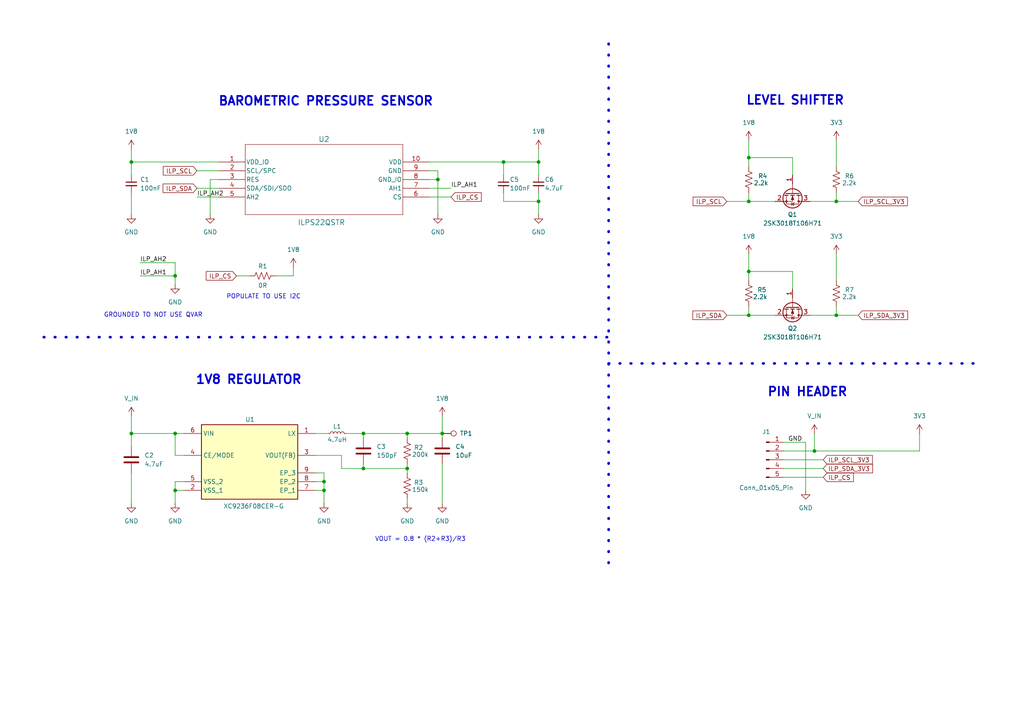
<source format=kicad_sch>
(kicad_sch
	(version 20231120)
	(generator "eeschema")
	(generator_version "8.0")
	(uuid "5690a5fb-50fb-4645-90f0-52ecc29482ab")
	(paper "A4")
	(lib_symbols
		(symbol "Connector:Conn_01x05_Pin"
			(pin_names
				(offset 1.016) hide)
			(exclude_from_sim no)
			(in_bom yes)
			(on_board yes)
			(property "Reference" "J"
				(at 0 7.62 0)
				(effects
					(font
						(size 1.27 1.27)
					)
				)
			)
			(property "Value" "Conn_01x05_Pin"
				(at 0 -7.62 0)
				(effects
					(font
						(size 1.27 1.27)
					)
				)
			)
			(property "Footprint" ""
				(at 0 0 0)
				(effects
					(font
						(size 1.27 1.27)
					)
					(hide yes)
				)
			)
			(property "Datasheet" "~"
				(at 0 0 0)
				(effects
					(font
						(size 1.27 1.27)
					)
					(hide yes)
				)
			)
			(property "Description" "Generic connector, single row, 01x05, script generated"
				(at 0 0 0)
				(effects
					(font
						(size 1.27 1.27)
					)
					(hide yes)
				)
			)
			(property "ki_locked" ""
				(at 0 0 0)
				(effects
					(font
						(size 1.27 1.27)
					)
				)
			)
			(property "ki_keywords" "connector"
				(at 0 0 0)
				(effects
					(font
						(size 1.27 1.27)
					)
					(hide yes)
				)
			)
			(property "ki_fp_filters" "Connector*:*_1x??_*"
				(at 0 0 0)
				(effects
					(font
						(size 1.27 1.27)
					)
					(hide yes)
				)
			)
			(symbol "Conn_01x05_Pin_1_1"
				(polyline
					(pts
						(xy 1.27 -5.08) (xy 0.8636 -5.08)
					)
					(stroke
						(width 0.1524)
						(type default)
					)
					(fill
						(type none)
					)
				)
				(polyline
					(pts
						(xy 1.27 -2.54) (xy 0.8636 -2.54)
					)
					(stroke
						(width 0.1524)
						(type default)
					)
					(fill
						(type none)
					)
				)
				(polyline
					(pts
						(xy 1.27 0) (xy 0.8636 0)
					)
					(stroke
						(width 0.1524)
						(type default)
					)
					(fill
						(type none)
					)
				)
				(polyline
					(pts
						(xy 1.27 2.54) (xy 0.8636 2.54)
					)
					(stroke
						(width 0.1524)
						(type default)
					)
					(fill
						(type none)
					)
				)
				(polyline
					(pts
						(xy 1.27 5.08) (xy 0.8636 5.08)
					)
					(stroke
						(width 0.1524)
						(type default)
					)
					(fill
						(type none)
					)
				)
				(rectangle
					(start 0.8636 -4.953)
					(end 0 -5.207)
					(stroke
						(width 0.1524)
						(type default)
					)
					(fill
						(type outline)
					)
				)
				(rectangle
					(start 0.8636 -2.413)
					(end 0 -2.667)
					(stroke
						(width 0.1524)
						(type default)
					)
					(fill
						(type outline)
					)
				)
				(rectangle
					(start 0.8636 0.127)
					(end 0 -0.127)
					(stroke
						(width 0.1524)
						(type default)
					)
					(fill
						(type outline)
					)
				)
				(rectangle
					(start 0.8636 2.667)
					(end 0 2.413)
					(stroke
						(width 0.1524)
						(type default)
					)
					(fill
						(type outline)
					)
				)
				(rectangle
					(start 0.8636 5.207)
					(end 0 4.953)
					(stroke
						(width 0.1524)
						(type default)
					)
					(fill
						(type outline)
					)
				)
				(pin passive line
					(at 5.08 5.08 180)
					(length 3.81)
					(name "Pin_1"
						(effects
							(font
								(size 1.27 1.27)
							)
						)
					)
					(number "1"
						(effects
							(font
								(size 1.27 1.27)
							)
						)
					)
				)
				(pin passive line
					(at 5.08 2.54 180)
					(length 3.81)
					(name "Pin_2"
						(effects
							(font
								(size 1.27 1.27)
							)
						)
					)
					(number "2"
						(effects
							(font
								(size 1.27 1.27)
							)
						)
					)
				)
				(pin passive line
					(at 5.08 0 180)
					(length 3.81)
					(name "Pin_3"
						(effects
							(font
								(size 1.27 1.27)
							)
						)
					)
					(number "3"
						(effects
							(font
								(size 1.27 1.27)
							)
						)
					)
				)
				(pin passive line
					(at 5.08 -2.54 180)
					(length 3.81)
					(name "Pin_4"
						(effects
							(font
								(size 1.27 1.27)
							)
						)
					)
					(number "4"
						(effects
							(font
								(size 1.27 1.27)
							)
						)
					)
				)
				(pin passive line
					(at 5.08 -5.08 180)
					(length 3.81)
					(name "Pin_5"
						(effects
							(font
								(size 1.27 1.27)
							)
						)
					)
					(number "5"
						(effects
							(font
								(size 1.27 1.27)
							)
						)
					)
				)
			)
		)
		(symbol "Connector:TestPoint"
			(pin_numbers hide)
			(pin_names
				(offset 0.762) hide)
			(exclude_from_sim no)
			(in_bom yes)
			(on_board yes)
			(property "Reference" "TP"
				(at 0 6.858 0)
				(effects
					(font
						(size 1.27 1.27)
					)
				)
			)
			(property "Value" "TestPoint"
				(at 0 5.08 0)
				(effects
					(font
						(size 1.27 1.27)
					)
				)
			)
			(property "Footprint" ""
				(at 5.08 0 0)
				(effects
					(font
						(size 1.27 1.27)
					)
					(hide yes)
				)
			)
			(property "Datasheet" "~"
				(at 5.08 0 0)
				(effects
					(font
						(size 1.27 1.27)
					)
					(hide yes)
				)
			)
			(property "Description" "test point"
				(at 0 0 0)
				(effects
					(font
						(size 1.27 1.27)
					)
					(hide yes)
				)
			)
			(property "ki_keywords" "test point tp"
				(at 0 0 0)
				(effects
					(font
						(size 1.27 1.27)
					)
					(hide yes)
				)
			)
			(property "ki_fp_filters" "Pin* Test*"
				(at 0 0 0)
				(effects
					(font
						(size 1.27 1.27)
					)
					(hide yes)
				)
			)
			(symbol "TestPoint_0_1"
				(circle
					(center 0 3.302)
					(radius 0.762)
					(stroke
						(width 0)
						(type default)
					)
					(fill
						(type none)
					)
				)
			)
			(symbol "TestPoint_1_1"
				(pin passive line
					(at 0 0 90)
					(length 2.54)
					(name "1"
						(effects
							(font
								(size 1.27 1.27)
							)
						)
					)
					(number "1"
						(effects
							(font
								(size 1.27 1.27)
							)
						)
					)
				)
			)
		)
		(symbol "Device:C"
			(pin_numbers hide)
			(pin_names
				(offset 0.254)
			)
			(exclude_from_sim no)
			(in_bom yes)
			(on_board yes)
			(property "Reference" "C"
				(at 0.635 2.54 0)
				(effects
					(font
						(size 1.27 1.27)
					)
					(justify left)
				)
			)
			(property "Value" "C"
				(at 0.635 -2.54 0)
				(effects
					(font
						(size 1.27 1.27)
					)
					(justify left)
				)
			)
			(property "Footprint" ""
				(at 0.9652 -3.81 0)
				(effects
					(font
						(size 1.27 1.27)
					)
					(hide yes)
				)
			)
			(property "Datasheet" "~"
				(at 0 0 0)
				(effects
					(font
						(size 1.27 1.27)
					)
					(hide yes)
				)
			)
			(property "Description" "Unpolarized capacitor"
				(at 0 0 0)
				(effects
					(font
						(size 1.27 1.27)
					)
					(hide yes)
				)
			)
			(property "ki_keywords" "cap capacitor"
				(at 0 0 0)
				(effects
					(font
						(size 1.27 1.27)
					)
					(hide yes)
				)
			)
			(property "ki_fp_filters" "C_*"
				(at 0 0 0)
				(effects
					(font
						(size 1.27 1.27)
					)
					(hide yes)
				)
			)
			(symbol "C_0_1"
				(polyline
					(pts
						(xy -2.032 -0.762) (xy 2.032 -0.762)
					)
					(stroke
						(width 0.508)
						(type default)
					)
					(fill
						(type none)
					)
				)
				(polyline
					(pts
						(xy -2.032 0.762) (xy 2.032 0.762)
					)
					(stroke
						(width 0.508)
						(type default)
					)
					(fill
						(type none)
					)
				)
			)
			(symbol "C_1_1"
				(pin passive line
					(at 0 3.81 270)
					(length 2.794)
					(name "~"
						(effects
							(font
								(size 1.27 1.27)
							)
						)
					)
					(number "1"
						(effects
							(font
								(size 1.27 1.27)
							)
						)
					)
				)
				(pin passive line
					(at 0 -3.81 90)
					(length 2.794)
					(name "~"
						(effects
							(font
								(size 1.27 1.27)
							)
						)
					)
					(number "2"
						(effects
							(font
								(size 1.27 1.27)
							)
						)
					)
				)
			)
		)
		(symbol "Device:C_Small"
			(pin_numbers hide)
			(pin_names
				(offset 0.254) hide)
			(exclude_from_sim no)
			(in_bom yes)
			(on_board yes)
			(property "Reference" "C"
				(at 0.254 1.778 0)
				(effects
					(font
						(size 1.27 1.27)
					)
					(justify left)
				)
			)
			(property "Value" "C_Small"
				(at 0.254 -2.032 0)
				(effects
					(font
						(size 1.27 1.27)
					)
					(justify left)
				)
			)
			(property "Footprint" ""
				(at 0 0 0)
				(effects
					(font
						(size 1.27 1.27)
					)
					(hide yes)
				)
			)
			(property "Datasheet" "~"
				(at 0 0 0)
				(effects
					(font
						(size 1.27 1.27)
					)
					(hide yes)
				)
			)
			(property "Description" "Unpolarized capacitor, small symbol"
				(at 0 0 0)
				(effects
					(font
						(size 1.27 1.27)
					)
					(hide yes)
				)
			)
			(property "ki_keywords" "capacitor cap"
				(at 0 0 0)
				(effects
					(font
						(size 1.27 1.27)
					)
					(hide yes)
				)
			)
			(property "ki_fp_filters" "C_*"
				(at 0 0 0)
				(effects
					(font
						(size 1.27 1.27)
					)
					(hide yes)
				)
			)
			(symbol "C_Small_0_1"
				(polyline
					(pts
						(xy -1.524 -0.508) (xy 1.524 -0.508)
					)
					(stroke
						(width 0.3302)
						(type default)
					)
					(fill
						(type none)
					)
				)
				(polyline
					(pts
						(xy -1.524 0.508) (xy 1.524 0.508)
					)
					(stroke
						(width 0.3048)
						(type default)
					)
					(fill
						(type none)
					)
				)
			)
			(symbol "C_Small_1_1"
				(pin passive line
					(at 0 2.54 270)
					(length 2.032)
					(name "~"
						(effects
							(font
								(size 1.27 1.27)
							)
						)
					)
					(number "1"
						(effects
							(font
								(size 1.27 1.27)
							)
						)
					)
				)
				(pin passive line
					(at 0 -2.54 90)
					(length 2.032)
					(name "~"
						(effects
							(font
								(size 1.27 1.27)
							)
						)
					)
					(number "2"
						(effects
							(font
								(size 1.27 1.27)
							)
						)
					)
				)
			)
		)
		(symbol "Device:L_Small"
			(pin_numbers hide)
			(pin_names
				(offset 0.254) hide)
			(exclude_from_sim no)
			(in_bom yes)
			(on_board yes)
			(property "Reference" "L"
				(at 0.762 1.016 0)
				(effects
					(font
						(size 1.27 1.27)
					)
					(justify left)
				)
			)
			(property "Value" "L_Small"
				(at 0.762 -1.016 0)
				(effects
					(font
						(size 1.27 1.27)
					)
					(justify left)
				)
			)
			(property "Footprint" ""
				(at 0 0 0)
				(effects
					(font
						(size 1.27 1.27)
					)
					(hide yes)
				)
			)
			(property "Datasheet" "~"
				(at 0 0 0)
				(effects
					(font
						(size 1.27 1.27)
					)
					(hide yes)
				)
			)
			(property "Description" "Inductor, small symbol"
				(at 0 0 0)
				(effects
					(font
						(size 1.27 1.27)
					)
					(hide yes)
				)
			)
			(property "ki_keywords" "inductor choke coil reactor magnetic"
				(at 0 0 0)
				(effects
					(font
						(size 1.27 1.27)
					)
					(hide yes)
				)
			)
			(property "ki_fp_filters" "Choke_* *Coil* Inductor_* L_*"
				(at 0 0 0)
				(effects
					(font
						(size 1.27 1.27)
					)
					(hide yes)
				)
			)
			(symbol "L_Small_0_1"
				(arc
					(start 0 -2.032)
					(mid 0.5058 -1.524)
					(end 0 -1.016)
					(stroke
						(width 0)
						(type default)
					)
					(fill
						(type none)
					)
				)
				(arc
					(start 0 -1.016)
					(mid 0.5058 -0.508)
					(end 0 0)
					(stroke
						(width 0)
						(type default)
					)
					(fill
						(type none)
					)
				)
				(arc
					(start 0 0)
					(mid 0.5058 0.508)
					(end 0 1.016)
					(stroke
						(width 0)
						(type default)
					)
					(fill
						(type none)
					)
				)
				(arc
					(start 0 1.016)
					(mid 0.5058 1.524)
					(end 0 2.032)
					(stroke
						(width 0)
						(type default)
					)
					(fill
						(type none)
					)
				)
			)
			(symbol "L_Small_1_1"
				(pin passive line
					(at 0 2.54 270)
					(length 0.508)
					(name "~"
						(effects
							(font
								(size 1.27 1.27)
							)
						)
					)
					(number "1"
						(effects
							(font
								(size 1.27 1.27)
							)
						)
					)
				)
				(pin passive line
					(at 0 -2.54 90)
					(length 0.508)
					(name "~"
						(effects
							(font
								(size 1.27 1.27)
							)
						)
					)
					(number "2"
						(effects
							(font
								(size 1.27 1.27)
							)
						)
					)
				)
			)
		)
		(symbol "Device:R_US"
			(pin_numbers hide)
			(pin_names
				(offset 0)
			)
			(exclude_from_sim no)
			(in_bom yes)
			(on_board yes)
			(property "Reference" "R"
				(at 2.54 0 90)
				(effects
					(font
						(size 1.27 1.27)
					)
				)
			)
			(property "Value" "R_US"
				(at -2.54 0 90)
				(effects
					(font
						(size 1.27 1.27)
					)
				)
			)
			(property "Footprint" ""
				(at 1.016 -0.254 90)
				(effects
					(font
						(size 1.27 1.27)
					)
					(hide yes)
				)
			)
			(property "Datasheet" "~"
				(at 0 0 0)
				(effects
					(font
						(size 1.27 1.27)
					)
					(hide yes)
				)
			)
			(property "Description" "Resistor, US symbol"
				(at 0 0 0)
				(effects
					(font
						(size 1.27 1.27)
					)
					(hide yes)
				)
			)
			(property "ki_keywords" "R res resistor"
				(at 0 0 0)
				(effects
					(font
						(size 1.27 1.27)
					)
					(hide yes)
				)
			)
			(property "ki_fp_filters" "R_*"
				(at 0 0 0)
				(effects
					(font
						(size 1.27 1.27)
					)
					(hide yes)
				)
			)
			(symbol "R_US_0_1"
				(polyline
					(pts
						(xy 0 -2.286) (xy 0 -2.54)
					)
					(stroke
						(width 0)
						(type default)
					)
					(fill
						(type none)
					)
				)
				(polyline
					(pts
						(xy 0 2.286) (xy 0 2.54)
					)
					(stroke
						(width 0)
						(type default)
					)
					(fill
						(type none)
					)
				)
				(polyline
					(pts
						(xy 0 -0.762) (xy 1.016 -1.143) (xy 0 -1.524) (xy -1.016 -1.905) (xy 0 -2.286)
					)
					(stroke
						(width 0)
						(type default)
					)
					(fill
						(type none)
					)
				)
				(polyline
					(pts
						(xy 0 0.762) (xy 1.016 0.381) (xy 0 0) (xy -1.016 -0.381) (xy 0 -0.762)
					)
					(stroke
						(width 0)
						(type default)
					)
					(fill
						(type none)
					)
				)
				(polyline
					(pts
						(xy 0 2.286) (xy 1.016 1.905) (xy 0 1.524) (xy -1.016 1.143) (xy 0 0.762)
					)
					(stroke
						(width 0)
						(type default)
					)
					(fill
						(type none)
					)
				)
			)
			(symbol "R_US_1_1"
				(pin passive line
					(at 0 3.81 270)
					(length 1.27)
					(name "~"
						(effects
							(font
								(size 1.27 1.27)
							)
						)
					)
					(number "1"
						(effects
							(font
								(size 1.27 1.27)
							)
						)
					)
				)
				(pin passive line
					(at 0 -3.81 90)
					(length 1.27)
					(name "~"
						(effects
							(font
								(size 1.27 1.27)
							)
						)
					)
					(number "2"
						(effects
							(font
								(size 1.27 1.27)
							)
						)
					)
				)
			)
		)
		(symbol "ILPS22QSTR:ILPS22QSTR"
			(pin_names
				(offset 0.254)
			)
			(exclude_from_sim no)
			(in_bom yes)
			(on_board yes)
			(property "Reference" "U"
				(at 30.48 10.16 0)
				(effects
					(font
						(size 1.524 1.524)
					)
				)
			)
			(property "Value" "ILPS22QSTR"
				(at 30.48 7.62 0)
				(effects
					(font
						(size 1.524 1.524)
					)
				)
			)
			(property "Footprint" "HLGA_10L_STM"
				(at 0 0 0)
				(effects
					(font
						(size 1.27 1.27)
						(italic yes)
					)
					(hide yes)
				)
			)
			(property "Datasheet" "ILPS22QSTR"
				(at 0 0 0)
				(effects
					(font
						(size 1.27 1.27)
						(italic yes)
					)
					(hide yes)
				)
			)
			(property "Description" ""
				(at 0 0 0)
				(effects
					(font
						(size 1.27 1.27)
					)
					(hide yes)
				)
			)
			(property "ki_locked" ""
				(at 0 0 0)
				(effects
					(font
						(size 1.27 1.27)
					)
				)
			)
			(property "ki_keywords" "ILPS22QSTR"
				(at 0 0 0)
				(effects
					(font
						(size 1.27 1.27)
					)
					(hide yes)
				)
			)
			(property "ki_fp_filters" "HLGA_10L_STM HLGA_10L_STM-M HLGA_10L_STM-L"
				(at 0 0 0)
				(effects
					(font
						(size 1.27 1.27)
					)
					(hide yes)
				)
			)
			(symbol "ILPS22QSTR_0_1"
				(polyline
					(pts
						(xy 7.62 -15.24) (xy 53.34 -15.24)
					)
					(stroke
						(width 0.127)
						(type default)
					)
					(fill
						(type none)
					)
				)
				(polyline
					(pts
						(xy 7.62 5.08) (xy 7.62 -15.24)
					)
					(stroke
						(width 0.127)
						(type default)
					)
					(fill
						(type none)
					)
				)
				(polyline
					(pts
						(xy 53.34 -15.24) (xy 53.34 5.08)
					)
					(stroke
						(width 0.127)
						(type default)
					)
					(fill
						(type none)
					)
				)
				(polyline
					(pts
						(xy 53.34 5.08) (xy 7.62 5.08)
					)
					(stroke
						(width 0.127)
						(type default)
					)
					(fill
						(type none)
					)
				)
				(pin power_in line
					(at 0 0 0)
					(length 7.62)
					(name "VDD_IO"
						(effects
							(font
								(size 1.27 1.27)
							)
						)
					)
					(number "1"
						(effects
							(font
								(size 1.27 1.27)
							)
						)
					)
				)
				(pin power_in line
					(at 60.96 0 180)
					(length 7.62)
					(name "VDD"
						(effects
							(font
								(size 1.27 1.27)
							)
						)
					)
					(number "10"
						(effects
							(font
								(size 1.27 1.27)
							)
						)
					)
				)
				(pin input line
					(at 0 -2.54 0)
					(length 7.62)
					(name "SCL/SPC"
						(effects
							(font
								(size 1.27 1.27)
							)
						)
					)
					(number "2"
						(effects
							(font
								(size 1.27 1.27)
							)
						)
					)
				)
				(pin power_out line
					(at 0 -5.08 0)
					(length 7.62)
					(name "RES"
						(effects
							(font
								(size 1.27 1.27)
							)
						)
					)
					(number "3"
						(effects
							(font
								(size 1.27 1.27)
							)
						)
					)
				)
				(pin bidirectional line
					(at 0 -7.62 0)
					(length 7.62)
					(name "SDA/SDI/SDO"
						(effects
							(font
								(size 1.27 1.27)
							)
						)
					)
					(number "4"
						(effects
							(font
								(size 1.27 1.27)
							)
						)
					)
				)
				(pin bidirectional line
					(at 0 -10.16 0)
					(length 7.62)
					(name "AH2"
						(effects
							(font
								(size 1.27 1.27)
							)
						)
					)
					(number "5"
						(effects
							(font
								(size 1.27 1.27)
							)
						)
					)
				)
				(pin unspecified line
					(at 60.96 -10.16 180)
					(length 7.62)
					(name "CS"
						(effects
							(font
								(size 1.27 1.27)
							)
						)
					)
					(number "6"
						(effects
							(font
								(size 1.27 1.27)
							)
						)
					)
				)
				(pin bidirectional line
					(at 60.96 -7.62 180)
					(length 7.62)
					(name "AH1"
						(effects
							(font
								(size 1.27 1.27)
							)
						)
					)
					(number "7"
						(effects
							(font
								(size 1.27 1.27)
							)
						)
					)
				)
				(pin power_out line
					(at 60.96 -5.08 180)
					(length 7.62)
					(name "GND_IO"
						(effects
							(font
								(size 1.27 1.27)
							)
						)
					)
					(number "8"
						(effects
							(font
								(size 1.27 1.27)
							)
						)
					)
				)
				(pin power_out line
					(at 60.96 -2.54 180)
					(length 7.62)
					(name "GND"
						(effects
							(font
								(size 1.27 1.27)
							)
						)
					)
					(number "9"
						(effects
							(font
								(size 1.27 1.27)
							)
						)
					)
				)
			)
		)
		(symbol "Transistor_FET:IRLML0030"
			(pin_names hide)
			(exclude_from_sim no)
			(in_bom yes)
			(on_board yes)
			(property "Reference" "Q"
				(at 5.08 1.905 0)
				(effects
					(font
						(size 1.27 1.27)
					)
					(justify left)
				)
			)
			(property "Value" "IRLML0030"
				(at 5.08 0 0)
				(effects
					(font
						(size 1.27 1.27)
					)
					(justify left)
				)
			)
			(property "Footprint" "Package_TO_SOT_SMD:SOT-23"
				(at 5.08 -1.905 0)
				(effects
					(font
						(size 1.27 1.27)
						(italic yes)
					)
					(justify left)
					(hide yes)
				)
			)
			(property "Datasheet" "https://www.infineon.com/dgdl/irlml0030pbf.pdf?fileId=5546d462533600a401535664773825df"
				(at 5.08 -3.81 0)
				(effects
					(font
						(size 1.27 1.27)
					)
					(justify left)
					(hide yes)
				)
			)
			(property "Description" "5.3A Id, 30V Vds, 27mOhm Rds, N-Channel HEXFET Power MOSFET, SOT-23"
				(at 0 0 0)
				(effects
					(font
						(size 1.27 1.27)
					)
					(hide yes)
				)
			)
			(property "ki_keywords" "N-Channel HEXFET MOSFET Logic-Level"
				(at 0 0 0)
				(effects
					(font
						(size 1.27 1.27)
					)
					(hide yes)
				)
			)
			(property "ki_fp_filters" "SOT?23*"
				(at 0 0 0)
				(effects
					(font
						(size 1.27 1.27)
					)
					(hide yes)
				)
			)
			(symbol "IRLML0030_0_1"
				(polyline
					(pts
						(xy 0.254 0) (xy -2.54 0)
					)
					(stroke
						(width 0)
						(type default)
					)
					(fill
						(type none)
					)
				)
				(polyline
					(pts
						(xy 0.254 1.905) (xy 0.254 -1.905)
					)
					(stroke
						(width 0.254)
						(type default)
					)
					(fill
						(type none)
					)
				)
				(polyline
					(pts
						(xy 0.762 -1.27) (xy 0.762 -2.286)
					)
					(stroke
						(width 0.254)
						(type default)
					)
					(fill
						(type none)
					)
				)
				(polyline
					(pts
						(xy 0.762 0.508) (xy 0.762 -0.508)
					)
					(stroke
						(width 0.254)
						(type default)
					)
					(fill
						(type none)
					)
				)
				(polyline
					(pts
						(xy 0.762 2.286) (xy 0.762 1.27)
					)
					(stroke
						(width 0.254)
						(type default)
					)
					(fill
						(type none)
					)
				)
				(polyline
					(pts
						(xy 2.54 2.54) (xy 2.54 1.778)
					)
					(stroke
						(width 0)
						(type default)
					)
					(fill
						(type none)
					)
				)
				(polyline
					(pts
						(xy 2.54 -2.54) (xy 2.54 0) (xy 0.762 0)
					)
					(stroke
						(width 0)
						(type default)
					)
					(fill
						(type none)
					)
				)
				(polyline
					(pts
						(xy 0.762 -1.778) (xy 3.302 -1.778) (xy 3.302 1.778) (xy 0.762 1.778)
					)
					(stroke
						(width 0)
						(type default)
					)
					(fill
						(type none)
					)
				)
				(polyline
					(pts
						(xy 1.016 0) (xy 2.032 0.381) (xy 2.032 -0.381) (xy 1.016 0)
					)
					(stroke
						(width 0)
						(type default)
					)
					(fill
						(type outline)
					)
				)
				(polyline
					(pts
						(xy 2.794 0.508) (xy 2.921 0.381) (xy 3.683 0.381) (xy 3.81 0.254)
					)
					(stroke
						(width 0)
						(type default)
					)
					(fill
						(type none)
					)
				)
				(polyline
					(pts
						(xy 3.302 0.381) (xy 2.921 -0.254) (xy 3.683 -0.254) (xy 3.302 0.381)
					)
					(stroke
						(width 0)
						(type default)
					)
					(fill
						(type none)
					)
				)
				(circle
					(center 1.651 0)
					(radius 2.794)
					(stroke
						(width 0.254)
						(type default)
					)
					(fill
						(type none)
					)
				)
				(circle
					(center 2.54 -1.778)
					(radius 0.254)
					(stroke
						(width 0)
						(type default)
					)
					(fill
						(type outline)
					)
				)
				(circle
					(center 2.54 1.778)
					(radius 0.254)
					(stroke
						(width 0)
						(type default)
					)
					(fill
						(type outline)
					)
				)
			)
			(symbol "IRLML0030_1_1"
				(pin input line
					(at -5.08 0 0)
					(length 2.54)
					(name "G"
						(effects
							(font
								(size 1.27 1.27)
							)
						)
					)
					(number "1"
						(effects
							(font
								(size 1.27 1.27)
							)
						)
					)
				)
				(pin passive line
					(at 2.54 -5.08 90)
					(length 2.54)
					(name "S"
						(effects
							(font
								(size 1.27 1.27)
							)
						)
					)
					(number "2"
						(effects
							(font
								(size 1.27 1.27)
							)
						)
					)
				)
				(pin passive line
					(at 2.54 5.08 270)
					(length 2.54)
					(name "D"
						(effects
							(font
								(size 1.27 1.27)
							)
						)
					)
					(number "3"
						(effects
							(font
								(size 1.27 1.27)
							)
						)
					)
				)
			)
		)
		(symbol "XC9236F08CER-G:XC9236F08CER-G"
			(exclude_from_sim no)
			(in_bom yes)
			(on_board yes)
			(property "Reference" "IC2"
				(at 19.9741 -17.78 0)
				(effects
					(font
						(size 1.27 1.27)
					)
					(justify left)
				)
			)
			(property "Value" "XC9236F08CER-G"
				(at 19.9741 -20.32 0)
				(effects
					(font
						(size 1.27 1.27)
					)
					(justify left)
				)
			)
			(property "Footprint" "XC9236F08CERG"
				(at 34.29 -87.3 0)
				(effects
					(font
						(size 1.27 1.27)
					)
					(justify left top)
					(hide yes)
				)
			)
			(property "Datasheet" "https://www.torexsemi.com/file/xc9235/XC9235-XC9236-XC9237.pdf"
				(at 34.29 -187.3 0)
				(effects
					(font
						(size 1.27 1.27)
					)
					(justify left top)
					(hide yes)
				)
			)
			(property "Description" "Switching Voltage Regulators 600mA Synchronous Step-Down DCDC Converter"
				(at 0 0 0)
				(effects
					(font
						(size 1.27 1.27)
					)
					(hide yes)
				)
			)
			(property "Height" "0.6"
				(at 34.29 -387.3 0)
				(effects
					(font
						(size 1.27 1.27)
					)
					(justify left top)
					(hide yes)
				)
			)
			(property "Mouser Part Number" "865-XC9236F08CER-G"
				(at 34.29 -487.3 0)
				(effects
					(font
						(size 1.27 1.27)
					)
					(justify left top)
					(hide yes)
				)
			)
			(property "Mouser Price/Stock" "https://www.mouser.co.uk/ProductDetail/Torex-Semiconductor/XC9236F08CER-G?qs=AsjdqWjXhJ%2FIYpgXswVPgA%3D%3D"
				(at 34.29 -587.3 0)
				(effects
					(font
						(size 1.27 1.27)
					)
					(justify left top)
					(hide yes)
				)
			)
			(property "Manufacturer_Name" "Torex"
				(at 34.29 -687.3 0)
				(effects
					(font
						(size 1.27 1.27)
					)
					(justify left top)
					(hide yes)
				)
			)
			(property "Manufacturer_Part_Number" "XC9236F08CER-G"
				(at 34.29 -787.3 0)
				(effects
					(font
						(size 1.27 1.27)
					)
					(justify left top)
					(hide yes)
				)
			)
			(symbol "XC9236F08CER-G_1_1"
				(rectangle
					(start 5.08 6.35)
					(end 33.02 -15.24)
					(stroke
						(width 0.254)
						(type default)
					)
					(fill
						(type background)
					)
				)
				(pin passive line
					(at 38.1 3.81 180)
					(length 5.08)
					(name "LX"
						(effects
							(font
								(size 1.27 1.27)
							)
						)
					)
					(number "1"
						(effects
							(font
								(size 1.27 1.27)
							)
						)
					)
				)
				(pin passive line
					(at 0 -12.7 0)
					(length 5.08)
					(name "VSS_1"
						(effects
							(font
								(size 1.27 1.27)
							)
						)
					)
					(number "2"
						(effects
							(font
								(size 1.27 1.27)
							)
						)
					)
				)
				(pin passive line
					(at 38.1 -2.54 180)
					(length 5.08)
					(name "VOUT(FB)"
						(effects
							(font
								(size 1.27 1.27)
							)
						)
					)
					(number "3"
						(effects
							(font
								(size 1.27 1.27)
							)
						)
					)
				)
				(pin passive line
					(at 0 -2.54 0)
					(length 5.08)
					(name "CE/MODE"
						(effects
							(font
								(size 1.27 1.27)
							)
						)
					)
					(number "4"
						(effects
							(font
								(size 1.27 1.27)
							)
						)
					)
				)
				(pin passive line
					(at 0 -10.16 0)
					(length 5.08)
					(name "VSS_2"
						(effects
							(font
								(size 1.27 1.27)
							)
						)
					)
					(number "5"
						(effects
							(font
								(size 1.27 1.27)
							)
						)
					)
				)
				(pin passive line
					(at 0 3.81 0)
					(length 5.08)
					(name "VIN"
						(effects
							(font
								(size 1.27 1.27)
							)
						)
					)
					(number "6"
						(effects
							(font
								(size 1.27 1.27)
							)
						)
					)
				)
				(pin passive line
					(at 38.1 -12.7 180)
					(length 5.08)
					(name "EP_1"
						(effects
							(font
								(size 1.27 1.27)
							)
						)
					)
					(number "7"
						(effects
							(font
								(size 1.27 1.27)
							)
						)
					)
				)
				(pin passive line
					(at 38.1 -10.16 180)
					(length 5.08)
					(name "EP_2"
						(effects
							(font
								(size 1.27 1.27)
							)
						)
					)
					(number "8"
						(effects
							(font
								(size 1.27 1.27)
							)
						)
					)
				)
				(pin passive line
					(at 38.1 -7.62 180)
					(length 5.08)
					(name "EP_3"
						(effects
							(font
								(size 1.27 1.27)
							)
						)
					)
					(number "9"
						(effects
							(font
								(size 1.27 1.27)
							)
						)
					)
				)
			)
		)
		(symbol "power:+1V8"
			(power)
			(pin_numbers hide)
			(pin_names
				(offset 0) hide)
			(exclude_from_sim no)
			(in_bom yes)
			(on_board yes)
			(property "Reference" "#PWR"
				(at 0 -3.81 0)
				(effects
					(font
						(size 1.27 1.27)
					)
					(hide yes)
				)
			)
			(property "Value" "+1V8"
				(at 0 3.556 0)
				(effects
					(font
						(size 1.27 1.27)
					)
				)
			)
			(property "Footprint" ""
				(at 0 0 0)
				(effects
					(font
						(size 1.27 1.27)
					)
					(hide yes)
				)
			)
			(property "Datasheet" ""
				(at 0 0 0)
				(effects
					(font
						(size 1.27 1.27)
					)
					(hide yes)
				)
			)
			(property "Description" "Power symbol creates a global label with name \"+1V8\""
				(at 0 0 0)
				(effects
					(font
						(size 1.27 1.27)
					)
					(hide yes)
				)
			)
			(property "ki_keywords" "global power"
				(at 0 0 0)
				(effects
					(font
						(size 1.27 1.27)
					)
					(hide yes)
				)
			)
			(symbol "+1V8_0_1"
				(polyline
					(pts
						(xy -0.762 1.27) (xy 0 2.54)
					)
					(stroke
						(width 0)
						(type default)
					)
					(fill
						(type none)
					)
				)
				(polyline
					(pts
						(xy 0 0) (xy 0 2.54)
					)
					(stroke
						(width 0)
						(type default)
					)
					(fill
						(type none)
					)
				)
				(polyline
					(pts
						(xy 0 2.54) (xy 0.762 1.27)
					)
					(stroke
						(width 0)
						(type default)
					)
					(fill
						(type none)
					)
				)
			)
			(symbol "+1V8_1_1"
				(pin power_in line
					(at 0 0 90)
					(length 0)
					(name "~"
						(effects
							(font
								(size 1.27 1.27)
							)
						)
					)
					(number "1"
						(effects
							(font
								(size 1.27 1.27)
							)
						)
					)
				)
			)
		)
		(symbol "power:GND"
			(power)
			(pin_numbers hide)
			(pin_names
				(offset 0) hide)
			(exclude_from_sim no)
			(in_bom yes)
			(on_board yes)
			(property "Reference" "#PWR"
				(at 0 -6.35 0)
				(effects
					(font
						(size 1.27 1.27)
					)
					(hide yes)
				)
			)
			(property "Value" "GND"
				(at 0 -3.81 0)
				(effects
					(font
						(size 1.27 1.27)
					)
				)
			)
			(property "Footprint" ""
				(at 0 0 0)
				(effects
					(font
						(size 1.27 1.27)
					)
					(hide yes)
				)
			)
			(property "Datasheet" ""
				(at 0 0 0)
				(effects
					(font
						(size 1.27 1.27)
					)
					(hide yes)
				)
			)
			(property "Description" "Power symbol creates a global label with name \"GND\" , ground"
				(at 0 0 0)
				(effects
					(font
						(size 1.27 1.27)
					)
					(hide yes)
				)
			)
			(property "ki_keywords" "global power"
				(at 0 0 0)
				(effects
					(font
						(size 1.27 1.27)
					)
					(hide yes)
				)
			)
			(symbol "GND_0_1"
				(polyline
					(pts
						(xy 0 0) (xy 0 -1.27) (xy 1.27 -1.27) (xy 0 -2.54) (xy -1.27 -1.27) (xy 0 -1.27)
					)
					(stroke
						(width 0)
						(type default)
					)
					(fill
						(type none)
					)
				)
			)
			(symbol "GND_1_1"
				(pin power_in line
					(at 0 0 270)
					(length 0)
					(name "~"
						(effects
							(font
								(size 1.27 1.27)
							)
						)
					)
					(number "1"
						(effects
							(font
								(size 1.27 1.27)
							)
						)
					)
				)
			)
		)
	)
	(junction
		(at 242.57 58.42)
		(diameter 0)
		(color 0 0 0 0)
		(uuid "045d6726-1633-4b23-870a-5cc06be14769")
	)
	(junction
		(at 127 52.07)
		(diameter 0)
		(color 0 0 0 0)
		(uuid "04e9018f-035c-46fb-9e83-224fbaa7e53c")
	)
	(junction
		(at 217.17 78.74)
		(diameter 0)
		(color 0 0 0 0)
		(uuid "0a2d7140-24a5-449d-96d2-97bed4359ce5")
	)
	(junction
		(at 156.21 46.99)
		(diameter 0)
		(color 0 0 0 0)
		(uuid "1570064b-b189-4daf-a279-973bf36e4645")
	)
	(junction
		(at 217.17 45.72)
		(diameter 0)
		(color 0 0 0 0)
		(uuid "1ad5465f-6343-41e4-b733-a52705339876")
	)
	(junction
		(at 217.17 91.44)
		(diameter 0)
		(color 0 0 0 0)
		(uuid "1b9d4093-90a1-4e24-9150-1fc6183ca421")
	)
	(junction
		(at 118.11 125.73)
		(diameter 0)
		(color 0 0 0 0)
		(uuid "2bd1e65c-a1bc-45b4-a6de-f52db3683c60")
	)
	(junction
		(at 38.1 125.73)
		(diameter 0)
		(color 0 0 0 0)
		(uuid "3777b796-6b96-4ac3-8083-1991700ca9e6")
	)
	(junction
		(at 50.8 125.73)
		(diameter 0)
		(color 0 0 0 0)
		(uuid "3aa99948-836e-4d54-bb49-dfc60a07f865")
	)
	(junction
		(at 105.41 135.89)
		(diameter 0)
		(color 0 0 0 0)
		(uuid "3cb3d4f3-8d5d-4a83-baa4-dacedc775f91")
	)
	(junction
		(at 93.98 142.24)
		(diameter 0)
		(color 0 0 0 0)
		(uuid "3cca3794-5a40-446f-af45-e18dc115c89c")
	)
	(junction
		(at 105.41 125.73)
		(diameter 0)
		(color 0 0 0 0)
		(uuid "53ed0dc4-948c-4b59-a541-179a666c50ca")
	)
	(junction
		(at 242.57 91.44)
		(diameter 0)
		(color 0 0 0 0)
		(uuid "5c926f5c-ccee-475f-b2ef-605443b11c5c")
	)
	(junction
		(at 146.05 46.99)
		(diameter 0)
		(color 0 0 0 0)
		(uuid "5e8c1a67-f183-4265-9f03-5297bc00f36f")
	)
	(junction
		(at 156.21 58.42)
		(diameter 0)
		(color 0 0 0 0)
		(uuid "641c25c8-68af-488a-9284-a912cf0e83f4")
	)
	(junction
		(at 128.27 125.73)
		(diameter 0)
		(color 0 0 0 0)
		(uuid "8833ecd2-c584-4e6e-905a-af26233846bb")
	)
	(junction
		(at 118.11 135.89)
		(diameter 0)
		(color 0 0 0 0)
		(uuid "9244998a-9146-4b12-ba55-d9669f01fa1b")
	)
	(junction
		(at 50.8 80.01)
		(diameter 0)
		(color 0 0 0 0)
		(uuid "9ad8eb97-8013-41de-a58a-e268cc93b10c")
	)
	(junction
		(at 38.1 46.99)
		(diameter 0)
		(color 0 0 0 0)
		(uuid "a22a1f06-cbc3-4d5c-89ca-50ce119f2315")
	)
	(junction
		(at 93.98 139.7)
		(diameter 0)
		(color 0 0 0 0)
		(uuid "aa0c5c3e-09ae-4f03-ae2c-7f55b4fa9431")
	)
	(junction
		(at 50.8 142.24)
		(diameter 0)
		(color 0 0 0 0)
		(uuid "b4f96af5-e681-440d-a740-267b9443ea74")
	)
	(junction
		(at 236.22 130.81)
		(diameter 0)
		(color 0 0 0 0)
		(uuid "b68876c8-9305-48aa-9cf8-9253e1a4bcb5")
	)
	(junction
		(at 217.17 58.42)
		(diameter 0)
		(color 0 0 0 0)
		(uuid "fb46a657-5d15-4304-a939-fe7699f2d422")
	)
	(wire
		(pts
			(xy 229.87 78.74) (xy 217.17 78.74)
		)
		(stroke
			(width 0)
			(type default)
		)
		(uuid "00f5c9ad-e7a9-4464-befb-06d980464778")
	)
	(polyline
		(pts
			(xy 12.7 97.79) (xy 176.53 97.79)
		)
		(stroke
			(width 0.762)
			(type dot)
		)
		(uuid "01e96344-451d-4688-8416-7a8f223d620b")
	)
	(wire
		(pts
			(xy 236.22 130.81) (xy 266.7 130.81)
		)
		(stroke
			(width 0)
			(type default)
		)
		(uuid "02a40f1b-a4ac-4792-9107-d825f87201a3")
	)
	(wire
		(pts
			(xy 100.33 125.73) (xy 105.41 125.73)
		)
		(stroke
			(width 0)
			(type default)
		)
		(uuid "04d3e563-eb89-4242-8953-4401a8dc41c6")
	)
	(wire
		(pts
			(xy 93.98 142.24) (xy 93.98 146.05)
		)
		(stroke
			(width 0)
			(type default)
		)
		(uuid "083be62a-78f8-436c-bc54-d58f469acce8")
	)
	(wire
		(pts
			(xy 38.1 46.99) (xy 38.1 50.8)
		)
		(stroke
			(width 0)
			(type default)
		)
		(uuid "0a45c7cc-1764-4c81-be5b-52d97fb9a0a1")
	)
	(wire
		(pts
			(xy 63.5 46.99) (xy 38.1 46.99)
		)
		(stroke
			(width 0)
			(type default)
		)
		(uuid "0b794b19-e53a-458d-902a-2dd2e677a2ee")
	)
	(wire
		(pts
			(xy 146.05 46.99) (xy 156.21 46.99)
		)
		(stroke
			(width 0)
			(type default)
		)
		(uuid "10907bbd-bdbf-4759-8896-e3f499ea812e")
	)
	(wire
		(pts
			(xy 234.95 58.42) (xy 242.57 58.42)
		)
		(stroke
			(width 0)
			(type default)
		)
		(uuid "10dbc96a-5c64-4b74-8d02-823f865d27a4")
	)
	(wire
		(pts
			(xy 85.09 80.01) (xy 85.09 77.47)
		)
		(stroke
			(width 0)
			(type default)
		)
		(uuid "11241824-f2b2-4b76-8eb8-1584993a9801")
	)
	(wire
		(pts
			(xy 242.57 73.66) (xy 242.57 81.28)
		)
		(stroke
			(width 0)
			(type default)
		)
		(uuid "1298e5f9-8435-41ab-a5c8-beabb909fac3")
	)
	(wire
		(pts
			(xy 242.57 88.9) (xy 242.57 91.44)
		)
		(stroke
			(width 0)
			(type default)
		)
		(uuid "1ad4dc4b-fd84-42dd-9dc7-5b84f2e29cce")
	)
	(wire
		(pts
			(xy 50.8 132.08) (xy 50.8 125.73)
		)
		(stroke
			(width 0)
			(type default)
		)
		(uuid "1e7bcb6d-cbea-427f-b881-53a5bb9321e8")
	)
	(wire
		(pts
			(xy 38.1 55.88) (xy 38.1 62.23)
		)
		(stroke
			(width 0)
			(type default)
		)
		(uuid "2118c050-96d2-4822-93ac-afd7f7207c75")
	)
	(wire
		(pts
			(xy 128.27 125.73) (xy 118.11 125.73)
		)
		(stroke
			(width 0)
			(type default)
		)
		(uuid "219b79a4-1dfb-45f2-a335-2ae1359791a6")
	)
	(wire
		(pts
			(xy 127 49.53) (xy 127 52.07)
		)
		(stroke
			(width 0)
			(type default)
		)
		(uuid "231d04c3-f0e4-47bb-bb05-cdc1d1e5fe2b")
	)
	(wire
		(pts
			(xy 57.15 57.15) (xy 63.5 57.15)
		)
		(stroke
			(width 0)
			(type default)
		)
		(uuid "254226d0-bf40-47fb-96db-7afa6c486521")
	)
	(wire
		(pts
			(xy 38.1 137.16) (xy 38.1 146.05)
		)
		(stroke
			(width 0)
			(type default)
		)
		(uuid "260b17d4-0529-4d90-8c22-8a110f0ceaa0")
	)
	(wire
		(pts
			(xy 227.33 133.35) (xy 238.76 133.35)
		)
		(stroke
			(width 0)
			(type default)
		)
		(uuid "26d1d421-26c3-48ef-9081-a648cadd27a4")
	)
	(wire
		(pts
			(xy 50.8 139.7) (xy 50.8 142.24)
		)
		(stroke
			(width 0)
			(type default)
		)
		(uuid "26fc199e-4fdf-43ef-b921-47002c328724")
	)
	(wire
		(pts
			(xy 53.34 142.24) (xy 50.8 142.24)
		)
		(stroke
			(width 0)
			(type default)
		)
		(uuid "2cb96ca5-cb2a-4dc7-8d73-ddb778d4e947")
	)
	(wire
		(pts
			(xy 38.1 120.65) (xy 38.1 125.73)
		)
		(stroke
			(width 0)
			(type default)
		)
		(uuid "32330c7f-f014-40ec-b122-b607e8fe81ab")
	)
	(wire
		(pts
			(xy 60.96 62.23) (xy 60.96 52.07)
		)
		(stroke
			(width 0)
			(type default)
		)
		(uuid "39135dca-28cc-4490-8886-c8f83beee9c0")
	)
	(wire
		(pts
			(xy 118.11 134.62) (xy 118.11 135.89)
		)
		(stroke
			(width 0)
			(type default)
		)
		(uuid "39536ada-97cc-4c66-9111-c2eeb5e6e81d")
	)
	(wire
		(pts
			(xy 217.17 55.88) (xy 217.17 58.42)
		)
		(stroke
			(width 0)
			(type default)
		)
		(uuid "3acd656b-6773-4138-8f98-f07310520620")
	)
	(wire
		(pts
			(xy 50.8 125.73) (xy 53.34 125.73)
		)
		(stroke
			(width 0)
			(type default)
		)
		(uuid "3c4c4c01-60bd-4b61-adf9-4b32a60a0141")
	)
	(wire
		(pts
			(xy 227.33 138.43) (xy 238.76 138.43)
		)
		(stroke
			(width 0)
			(type default)
		)
		(uuid "3daa0172-e9d4-44d1-b349-21dabf488889")
	)
	(wire
		(pts
			(xy 130.81 54.61) (xy 124.46 54.61)
		)
		(stroke
			(width 0)
			(type default)
		)
		(uuid "3fa25c42-3021-42b4-af08-6b4ad1981793")
	)
	(wire
		(pts
			(xy 91.44 139.7) (xy 93.98 139.7)
		)
		(stroke
			(width 0)
			(type default)
		)
		(uuid "418db937-aef7-49d4-90aa-642091bae017")
	)
	(wire
		(pts
			(xy 93.98 137.16) (xy 93.98 139.7)
		)
		(stroke
			(width 0)
			(type default)
		)
		(uuid "47054ec7-42a9-48eb-a53a-44690a5fd821")
	)
	(wire
		(pts
			(xy 233.68 128.27) (xy 233.68 142.24)
		)
		(stroke
			(width 0)
			(type default)
		)
		(uuid "478b2db7-9b33-4e21-a3a3-2843063ccb3f")
	)
	(wire
		(pts
			(xy 53.34 132.08) (xy 50.8 132.08)
		)
		(stroke
			(width 0)
			(type default)
		)
		(uuid "48671cfd-5f89-4866-85f7-911da51629d3")
	)
	(wire
		(pts
			(xy 128.27 127) (xy 128.27 125.73)
		)
		(stroke
			(width 0)
			(type default)
		)
		(uuid "4ac482b0-bad1-4bcb-8fb1-1a92ce6019c0")
	)
	(wire
		(pts
			(xy 91.44 125.73) (xy 95.25 125.73)
		)
		(stroke
			(width 0)
			(type default)
		)
		(uuid "4cd13341-43a5-4b77-abb0-8739747a71f3")
	)
	(wire
		(pts
			(xy 130.81 57.15) (xy 124.46 57.15)
		)
		(stroke
			(width 0)
			(type default)
		)
		(uuid "4e0bcbed-aa54-494e-893e-4fd6c4d224ca")
	)
	(wire
		(pts
			(xy 38.1 125.73) (xy 38.1 129.54)
		)
		(stroke
			(width 0)
			(type default)
		)
		(uuid "530ede72-2ac1-4883-a928-2dd7ef718bf9")
	)
	(wire
		(pts
			(xy 242.57 40.64) (xy 242.57 48.26)
		)
		(stroke
			(width 0)
			(type default)
		)
		(uuid "552495dc-a7db-4ceb-97bb-ba2ce0868c8d")
	)
	(wire
		(pts
			(xy 53.34 139.7) (xy 50.8 139.7)
		)
		(stroke
			(width 0)
			(type default)
		)
		(uuid "5e0ab086-4baf-40f2-a557-7228a7648cbe")
	)
	(wire
		(pts
			(xy 217.17 91.44) (xy 224.79 91.44)
		)
		(stroke
			(width 0)
			(type default)
		)
		(uuid "5ef11741-f190-44ce-a3b0-75db721f12dd")
	)
	(wire
		(pts
			(xy 105.41 135.89) (xy 105.41 134.62)
		)
		(stroke
			(width 0)
			(type default)
		)
		(uuid "5f60a9b6-036c-4cbe-a941-60f920634740")
	)
	(wire
		(pts
			(xy 242.57 55.88) (xy 242.57 58.42)
		)
		(stroke
			(width 0)
			(type default)
		)
		(uuid "5f77ef7b-9e10-4857-a5b9-b23a663204b0")
	)
	(wire
		(pts
			(xy 60.96 52.07) (xy 63.5 52.07)
		)
		(stroke
			(width 0)
			(type default)
		)
		(uuid "60487361-d533-4916-80d6-ed26d239d73c")
	)
	(wire
		(pts
			(xy 210.82 58.42) (xy 217.17 58.42)
		)
		(stroke
			(width 0)
			(type default)
		)
		(uuid "6260ded7-dadf-451e-83d4-2f86229c2f5b")
	)
	(wire
		(pts
			(xy 50.8 76.2) (xy 50.8 80.01)
		)
		(stroke
			(width 0)
			(type default)
		)
		(uuid "631a5ad8-cea8-4da5-a2be-1418a0257781")
	)
	(wire
		(pts
			(xy 99.06 135.89) (xy 99.06 132.08)
		)
		(stroke
			(width 0)
			(type default)
		)
		(uuid "6568ee15-3b71-4ce1-aaf6-37ae56c9796e")
	)
	(wire
		(pts
			(xy 118.11 127) (xy 118.11 125.73)
		)
		(stroke
			(width 0)
			(type default)
		)
		(uuid "6fbcdad2-1978-4eb7-85e2-db10980b2cc3")
	)
	(wire
		(pts
			(xy 50.8 142.24) (xy 50.8 146.05)
		)
		(stroke
			(width 0)
			(type default)
		)
		(uuid "709e1a28-98ec-4bbb-8343-234fdb40e2ac")
	)
	(wire
		(pts
			(xy 50.8 125.73) (xy 38.1 125.73)
		)
		(stroke
			(width 0)
			(type default)
		)
		(uuid "71fb125b-f85c-40ed-994d-99e17e25d94e")
	)
	(wire
		(pts
			(xy 127 52.07) (xy 127 62.23)
		)
		(stroke
			(width 0)
			(type default)
		)
		(uuid "72edf728-afc5-4665-b4e6-921d5051b8d6")
	)
	(wire
		(pts
			(xy 227.33 130.81) (xy 236.22 130.81)
		)
		(stroke
			(width 0)
			(type default)
		)
		(uuid "754af5df-82e6-46d3-8399-a7ced4b3dc75")
	)
	(wire
		(pts
			(xy 217.17 78.74) (xy 217.17 81.28)
		)
		(stroke
			(width 0)
			(type default)
		)
		(uuid "75e9abe7-1d26-41b8-ba25-72bc7e69703f")
	)
	(wire
		(pts
			(xy 210.82 91.44) (xy 217.17 91.44)
		)
		(stroke
			(width 0)
			(type default)
		)
		(uuid "79ac0924-08ea-458f-b372-9b0e179fa6a0")
	)
	(wire
		(pts
			(xy 124.46 49.53) (xy 127 49.53)
		)
		(stroke
			(width 0)
			(type default)
		)
		(uuid "7cc09d96-4469-482d-bfc6-ea92e1b088a3")
	)
	(wire
		(pts
			(xy 128.27 120.65) (xy 128.27 125.73)
		)
		(stroke
			(width 0)
			(type default)
		)
		(uuid "7d8258d3-eb9e-4fc4-a317-ff5f256021f5")
	)
	(wire
		(pts
			(xy 242.57 91.44) (xy 248.92 91.44)
		)
		(stroke
			(width 0)
			(type default)
		)
		(uuid "84458540-756a-4343-8ead-1f19827376c5")
	)
	(wire
		(pts
			(xy 266.7 130.81) (xy 266.7 125.73)
		)
		(stroke
			(width 0)
			(type default)
		)
		(uuid "865c58c5-3e87-4e2c-99d6-3136a13e4dd0")
	)
	(wire
		(pts
			(xy 105.41 125.73) (xy 105.41 127)
		)
		(stroke
			(width 0)
			(type default)
		)
		(uuid "949eeb76-7c06-4ff6-a881-2f0c4453103a")
	)
	(wire
		(pts
			(xy 40.64 80.01) (xy 50.8 80.01)
		)
		(stroke
			(width 0)
			(type default)
		)
		(uuid "9cae32c4-2326-4dfb-a4b5-ed6a5e5c1931")
	)
	(wire
		(pts
			(xy 236.22 130.81) (xy 236.22 125.73)
		)
		(stroke
			(width 0)
			(type default)
		)
		(uuid "9fec4928-8fec-4922-9018-9625b09886cd")
	)
	(wire
		(pts
			(xy 124.46 52.07) (xy 127 52.07)
		)
		(stroke
			(width 0)
			(type default)
		)
		(uuid "a21e8e4b-52db-4ece-b4b0-ed2fb378d100")
	)
	(wire
		(pts
			(xy 57.15 54.61) (xy 63.5 54.61)
		)
		(stroke
			(width 0)
			(type default)
		)
		(uuid "a29146ee-8978-4034-9cfe-8e741f04707d")
	)
	(wire
		(pts
			(xy 118.11 125.73) (xy 105.41 125.73)
		)
		(stroke
			(width 0)
			(type default)
		)
		(uuid "a426d930-7ae9-46f8-ad83-a2cfff6d577c")
	)
	(wire
		(pts
			(xy 146.05 55.88) (xy 146.05 58.42)
		)
		(stroke
			(width 0)
			(type default)
		)
		(uuid "a4caa0f1-1a4e-43d3-8b9c-17fe3a1d784f")
	)
	(wire
		(pts
			(xy 91.44 137.16) (xy 93.98 137.16)
		)
		(stroke
			(width 0)
			(type default)
		)
		(uuid "a961065a-a943-424f-9343-4bd421b5ea38")
	)
	(wire
		(pts
			(xy 91.44 142.24) (xy 93.98 142.24)
		)
		(stroke
			(width 0)
			(type default)
		)
		(uuid "ac046361-abfc-41cd-87eb-fdebb4d6907d")
	)
	(wire
		(pts
			(xy 227.33 135.89) (xy 238.76 135.89)
		)
		(stroke
			(width 0)
			(type default)
		)
		(uuid "ad32dd04-301b-4a44-8ee4-aca315076a62")
	)
	(wire
		(pts
			(xy 38.1 46.99) (xy 38.1 43.18)
		)
		(stroke
			(width 0)
			(type default)
		)
		(uuid "b0669fb9-0b4d-44e6-ab79-c3a53dd75eb8")
	)
	(wire
		(pts
			(xy 242.57 58.42) (xy 248.92 58.42)
		)
		(stroke
			(width 0)
			(type default)
		)
		(uuid "b23e61b0-1d8b-4f6e-bdf1-4a3a0739d27f")
	)
	(wire
		(pts
			(xy 156.21 46.99) (xy 156.21 50.8)
		)
		(stroke
			(width 0)
			(type default)
		)
		(uuid "b625911e-fe92-4e41-814a-5b1c698e6f94")
	)
	(wire
		(pts
			(xy 229.87 45.72) (xy 217.17 45.72)
		)
		(stroke
			(width 0)
			(type default)
		)
		(uuid "bb38689c-e130-4503-bab0-bc5220101705")
	)
	(wire
		(pts
			(xy 227.33 128.27) (xy 233.68 128.27)
		)
		(stroke
			(width 0)
			(type default)
		)
		(uuid "bdffb4ab-ec55-4d46-b586-8ee23498ed38")
	)
	(wire
		(pts
			(xy 40.64 76.2) (xy 50.8 76.2)
		)
		(stroke
			(width 0)
			(type default)
		)
		(uuid "bfe90cb3-7b53-4076-bf74-de08d88636a9")
	)
	(wire
		(pts
			(xy 124.46 46.99) (xy 146.05 46.99)
		)
		(stroke
			(width 0)
			(type default)
		)
		(uuid "c07e3b38-6569-41bc-964e-9586a6dc8316")
	)
	(wire
		(pts
			(xy 118.11 135.89) (xy 118.11 137.16)
		)
		(stroke
			(width 0)
			(type default)
		)
		(uuid "c2471614-e55e-43a6-a784-a7ed4888a9d3")
	)
	(wire
		(pts
			(xy 93.98 139.7) (xy 93.98 142.24)
		)
		(stroke
			(width 0)
			(type default)
		)
		(uuid "c37202eb-2d84-4c34-a334-72b2834c8cdd")
	)
	(wire
		(pts
			(xy 105.41 135.89) (xy 99.06 135.89)
		)
		(stroke
			(width 0)
			(type default)
		)
		(uuid "c5f4fc04-695e-44f3-9f2c-92c17f315e94")
	)
	(wire
		(pts
			(xy 128.27 134.62) (xy 128.27 146.05)
		)
		(stroke
			(width 0)
			(type default)
		)
		(uuid "c88214d5-5fb0-4860-897a-4ed05aec9767")
	)
	(wire
		(pts
			(xy 217.17 58.42) (xy 224.79 58.42)
		)
		(stroke
			(width 0)
			(type default)
		)
		(uuid "c987f405-a3cd-47d7-89a0-d437c54b9138")
	)
	(wire
		(pts
			(xy 118.11 135.89) (xy 105.41 135.89)
		)
		(stroke
			(width 0)
			(type default)
		)
		(uuid "cc7776f8-4167-4dee-8632-186675d231ae")
	)
	(polyline
		(pts
			(xy 176.53 105.41) (xy 284.48 105.41)
		)
		(stroke
			(width 0.762)
			(type dot)
		)
		(uuid "cc7d0716-e1d7-4407-9863-14583718b994")
	)
	(wire
		(pts
			(xy 156.21 55.88) (xy 156.21 58.42)
		)
		(stroke
			(width 0)
			(type default)
		)
		(uuid "ccb34a7e-ba89-4e9d-8ed0-3c425cf1e78f")
	)
	(wire
		(pts
			(xy 118.11 144.78) (xy 118.11 146.05)
		)
		(stroke
			(width 0)
			(type default)
		)
		(uuid "ce393902-5925-49bf-a513-a81424554815")
	)
	(wire
		(pts
			(xy 156.21 46.99) (xy 156.21 43.18)
		)
		(stroke
			(width 0)
			(type default)
		)
		(uuid "d48f29ec-14d0-4158-8ca1-324557335e1e")
	)
	(polyline
		(pts
			(xy 176.53 12.7) (xy 176.53 165.1)
		)
		(stroke
			(width 0.762)
			(type dot)
		)
		(uuid "d59a8608-f06e-4853-9574-70bf65053dd1")
	)
	(wire
		(pts
			(xy 234.95 91.44) (xy 242.57 91.44)
		)
		(stroke
			(width 0)
			(type default)
		)
		(uuid "d5a3a996-b3db-4a1e-9246-5f862a9e4026")
	)
	(wire
		(pts
			(xy 80.01 80.01) (xy 85.09 80.01)
		)
		(stroke
			(width 0)
			(type default)
		)
		(uuid "d8fdd320-3e3a-4607-a1a8-468e7e2933d4")
	)
	(wire
		(pts
			(xy 229.87 83.82) (xy 229.87 78.74)
		)
		(stroke
			(width 0)
			(type default)
		)
		(uuid "de6b1be6-ef23-4ebf-8bb0-462c2f809435")
	)
	(wire
		(pts
			(xy 68.58 80.01) (xy 72.39 80.01)
		)
		(stroke
			(width 0)
			(type default)
		)
		(uuid "de7617fb-b5ea-41a2-8222-5a5aae55133a")
	)
	(wire
		(pts
			(xy 146.05 58.42) (xy 156.21 58.42)
		)
		(stroke
			(width 0)
			(type default)
		)
		(uuid "e3c90299-a93a-4887-8ffb-f11bc04ca829")
	)
	(wire
		(pts
			(xy 146.05 46.99) (xy 146.05 50.8)
		)
		(stroke
			(width 0)
			(type default)
		)
		(uuid "e4277ce0-6e35-4e7e-b334-269547214ce7")
	)
	(wire
		(pts
			(xy 57.15 49.53) (xy 63.5 49.53)
		)
		(stroke
			(width 0)
			(type default)
		)
		(uuid "e518a413-e3ec-43cb-95d3-155397c39a48")
	)
	(wire
		(pts
			(xy 229.87 50.8) (xy 229.87 45.72)
		)
		(stroke
			(width 0)
			(type default)
		)
		(uuid "e7fd0389-c7b8-4563-9fc8-25278b8f85f3")
	)
	(wire
		(pts
			(xy 217.17 45.72) (xy 217.17 48.26)
		)
		(stroke
			(width 0)
			(type default)
		)
		(uuid "ec789178-449c-498d-a271-2e3915f98191")
	)
	(wire
		(pts
			(xy 99.06 132.08) (xy 91.44 132.08)
		)
		(stroke
			(width 0)
			(type default)
		)
		(uuid "ec95566f-7020-4a61-ba7f-4adf2daf01cd")
	)
	(wire
		(pts
			(xy 217.17 40.64) (xy 217.17 45.72)
		)
		(stroke
			(width 0)
			(type default)
		)
		(uuid "ef925655-ef73-46c0-8107-ba2a61d3ef29")
	)
	(wire
		(pts
			(xy 50.8 80.01) (xy 50.8 82.55)
		)
		(stroke
			(width 0)
			(type default)
		)
		(uuid "f0acb823-9c7a-43f2-afbc-c900b410a466")
	)
	(wire
		(pts
			(xy 217.17 73.66) (xy 217.17 78.74)
		)
		(stroke
			(width 0)
			(type default)
		)
		(uuid "f6da02b3-a4bb-475d-8703-3473210a6215")
	)
	(wire
		(pts
			(xy 156.21 58.42) (xy 156.21 62.23)
		)
		(stroke
			(width 0)
			(type default)
		)
		(uuid "f80cfb48-da0d-4840-9e69-4de1454e5e2b")
	)
	(wire
		(pts
			(xy 217.17 88.9) (xy 217.17 91.44)
		)
		(stroke
			(width 0)
			(type default)
		)
		(uuid "fd51a85a-4fef-4eaa-a246-1655a2ea7633")
	)
	(text "VOUT = 0.8 * (R2+R3)/R3"
		(exclude_from_sim no)
		(at 121.92 156.464 0)
		(effects
			(font
				(size 1.27 1.27)
			)
		)
		(uuid "0519b15d-657f-47a2-a428-cd6c22725034")
	)
	(text "GROUNDED TO NOT USE QVAR"
		(exclude_from_sim no)
		(at 44.45 91.44 0)
		(effects
			(font
				(size 1.27 1.27)
				(thickness 0.1588)
			)
		)
		(uuid "160ed400-5cec-43b8-b254-7acbe38dac1b")
	)
	(text "PIN HEADER"
		(exclude_from_sim no)
		(at 234.188 113.792 0)
		(effects
			(font
				(size 2.54 2.54)
				(thickness 0.508)
				(bold yes)
			)
		)
		(uuid "2abd0093-bc7c-4733-8b92-82e50c858f56")
	)
	(text "POPULATE TO USE I2C"
		(exclude_from_sim no)
		(at 76.454 86.106 0)
		(effects
			(font
				(size 1.27 1.27)
				(thickness 0.1588)
			)
		)
		(uuid "35b38c26-1be9-4770-a2db-c54c659e3485")
	)
	(text "1V8 REGULATOR"
		(exclude_from_sim no)
		(at 72.136 110.236 0)
		(effects
			(font
				(size 2.54 2.54)
				(thickness 0.508)
				(bold yes)
			)
		)
		(uuid "4aa9aec0-8839-49e3-a9b7-ff74c1c43ca2")
	)
	(text "LEVEL SHIFTER"
		(exclude_from_sim no)
		(at 230.632 29.21 0)
		(effects
			(font
				(size 2.54 2.54)
				(thickness 0.508)
				(bold yes)
			)
		)
		(uuid "8998a891-0754-46b5-b764-a73b5581cacf")
	)
	(text "BAROMETRIC PRESSURE SENSOR"
		(exclude_from_sim no)
		(at 94.488 29.464 0)
		(effects
			(font
				(size 2.54 2.54)
				(thickness 0.508)
				(bold yes)
			)
		)
		(uuid "9f6df56c-3748-4646-9c06-69f18adb8e20")
	)
	(label "GND"
		(at 228.6 128.27 0)
		(fields_autoplaced yes)
		(effects
			(font
				(size 1.27 1.27)
			)
			(justify left bottom)
		)
		(uuid "2bd4e40a-4376-4391-95d3-7a324abc1f90")
	)
	(label "ILP_AH2"
		(at 57.15 57.15 0)
		(fields_autoplaced yes)
		(effects
			(font
				(size 1.27 1.27)
			)
			(justify left bottom)
		)
		(uuid "3404c5da-90ae-4251-9e59-e66e75806cf6")
	)
	(label "ILP_AH1"
		(at 40.64 80.01 0)
		(fields_autoplaced yes)
		(effects
			(font
				(size 1.27 1.27)
			)
			(justify left bottom)
		)
		(uuid "4c04b521-e4e0-48f9-9152-9e726de9f595")
	)
	(label "ILP_AH2"
		(at 40.64 76.2 0)
		(fields_autoplaced yes)
		(effects
			(font
				(size 1.27 1.27)
			)
			(justify left bottom)
		)
		(uuid "7c17b8df-c205-4aae-a205-f93f28b48448")
	)
	(label "ILP_AH1"
		(at 130.81 54.61 0)
		(fields_autoplaced yes)
		(effects
			(font
				(size 1.27 1.27)
			)
			(justify left bottom)
		)
		(uuid "c45230bc-cd67-498c-be37-6bd7c027d2dc")
	)
	(global_label "ILP_SDA"
		(shape input)
		(at 210.82 91.44 180)
		(fields_autoplaced yes)
		(effects
			(font
				(size 1.27 1.27)
			)
			(justify right)
		)
		(uuid "05c271c6-01c7-40a8-a0be-d0960906c907")
		(property "Intersheetrefs" "${INTERSHEET_REFS}"
			(at 200.3962 91.44 0)
			(effects
				(font
					(size 1.27 1.27)
				)
				(justify right)
				(hide yes)
			)
		)
	)
	(global_label "ILP_CS"
		(shape input)
		(at 68.58 80.01 180)
		(fields_autoplaced yes)
		(effects
			(font
				(size 1.27 1.27)
			)
			(justify right)
		)
		(uuid "132febb2-50c1-4311-af5a-53dd6a9b6d7e")
		(property "Intersheetrefs" "${INTERSHEET_REFS}"
			(at 59.2448 80.01 0)
			(effects
				(font
					(size 1.27 1.27)
				)
				(justify right)
				(hide yes)
			)
		)
	)
	(global_label "ILP_CS"
		(shape input)
		(at 130.81 57.15 0)
		(fields_autoplaced yes)
		(effects
			(font
				(size 1.27 1.27)
			)
			(justify left)
		)
		(uuid "31b255d0-3abc-40dd-b9fa-fd95c155be60")
		(property "Intersheetrefs" "${INTERSHEET_REFS}"
			(at 140.1452 57.15 0)
			(effects
				(font
					(size 1.27 1.27)
				)
				(justify left)
				(hide yes)
			)
		)
	)
	(global_label "ILP_SDA_3V3"
		(shape input)
		(at 248.92 91.44 0)
		(fields_autoplaced yes)
		(effects
			(font
				(size 1.27 1.27)
			)
			(justify left)
		)
		(uuid "4a092329-91f0-44e3-96a4-786928d5de1b")
		(property "Intersheetrefs" "${INTERSHEET_REFS}"
			(at 263.819 91.44 0)
			(effects
				(font
					(size 1.27 1.27)
				)
				(justify left)
				(hide yes)
			)
		)
	)
	(global_label "ILP_SDA"
		(shape input)
		(at 57.15 54.61 180)
		(fields_autoplaced yes)
		(effects
			(font
				(size 1.27 1.27)
			)
			(justify right)
		)
		(uuid "6be9af2b-9cb8-4197-a4d7-b843d9f551e5")
		(property "Intersheetrefs" "${INTERSHEET_REFS}"
			(at 46.7262 54.61 0)
			(effects
				(font
					(size 1.27 1.27)
				)
				(justify right)
				(hide yes)
			)
		)
	)
	(global_label "ILP_SCL_3V3"
		(shape input)
		(at 248.92 58.42 0)
		(fields_autoplaced yes)
		(effects
			(font
				(size 1.27 1.27)
			)
			(justify left)
		)
		(uuid "b73b3370-262a-49ce-ad0f-9125627a9441")
		(property "Intersheetrefs" "${INTERSHEET_REFS}"
			(at 263.7585 58.42 0)
			(effects
				(font
					(size 1.27 1.27)
				)
				(justify left)
				(hide yes)
			)
		)
	)
	(global_label "ILP_SDA_3V3"
		(shape input)
		(at 238.76 135.89 0)
		(fields_autoplaced yes)
		(effects
			(font
				(size 1.27 1.27)
			)
			(justify left)
		)
		(uuid "c05f6667-c4d9-4153-99d4-50ec02de3a32")
		(property "Intersheetrefs" "${INTERSHEET_REFS}"
			(at 253.659 135.89 0)
			(effects
				(font
					(size 1.27 1.27)
				)
				(justify left)
				(hide yes)
			)
		)
	)
	(global_label "ILP_CS"
		(shape input)
		(at 238.76 138.43 0)
		(fields_autoplaced yes)
		(effects
			(font
				(size 1.27 1.27)
			)
			(justify left)
		)
		(uuid "d0f6d58d-6089-416b-a5cf-2d42b8f8a59f")
		(property "Intersheetrefs" "${INTERSHEET_REFS}"
			(at 248.0952 138.43 0)
			(effects
				(font
					(size 1.27 1.27)
				)
				(justify left)
				(hide yes)
			)
		)
	)
	(global_label "ILP_SCL"
		(shape input)
		(at 57.15 49.53 180)
		(fields_autoplaced yes)
		(effects
			(font
				(size 1.27 1.27)
			)
			(justify right)
		)
		(uuid "dd8216a6-6471-491d-a21b-f6054f4ffe20")
		(property "Intersheetrefs" "${INTERSHEET_REFS}"
			(at 46.7867 49.53 0)
			(effects
				(font
					(size 1.27 1.27)
				)
				(justify right)
				(hide yes)
			)
		)
	)
	(global_label "ILP_SCL_3V3"
		(shape input)
		(at 238.76 133.35 0)
		(fields_autoplaced yes)
		(effects
			(font
				(size 1.27 1.27)
			)
			(justify left)
		)
		(uuid "f800b01f-d229-4d7a-85af-5ec4086639ec")
		(property "Intersheetrefs" "${INTERSHEET_REFS}"
			(at 253.5985 133.35 0)
			(effects
				(font
					(size 1.27 1.27)
				)
				(justify left)
				(hide yes)
			)
		)
	)
	(global_label "ILP_SCL"
		(shape input)
		(at 210.82 58.42 180)
		(fields_autoplaced yes)
		(effects
			(font
				(size 1.27 1.27)
			)
			(justify right)
		)
		(uuid "ff4ed245-c8df-47fb-93d1-08ddf16c0f19")
		(property "Intersheetrefs" "${INTERSHEET_REFS}"
			(at 200.4567 58.42 0)
			(effects
				(font
					(size 1.27 1.27)
				)
				(justify right)
				(hide yes)
			)
		)
	)
	(symbol
		(lib_id "power:GND")
		(at 156.21 62.23 0)
		(unit 1)
		(exclude_from_sim no)
		(in_bom yes)
		(on_board yes)
		(dnp no)
		(fields_autoplaced yes)
		(uuid "017a0fae-0cd5-4e94-98cc-530455c2c3ae")
		(property "Reference" "#PWR015"
			(at 156.21 68.58 0)
			(effects
				(font
					(size 1.27 1.27)
				)
				(hide yes)
			)
		)
		(property "Value" "GND"
			(at 156.21 67.31 0)
			(effects
				(font
					(size 1.27 1.27)
				)
			)
		)
		(property "Footprint" ""
			(at 156.21 62.23 0)
			(effects
				(font
					(size 1.27 1.27)
				)
				(hide yes)
			)
		)
		(property "Datasheet" ""
			(at 156.21 62.23 0)
			(effects
				(font
					(size 1.27 1.27)
				)
				(hide yes)
			)
		)
		(property "Description" "Power symbol creates a global label with name \"GND\" , ground"
			(at 156.21 62.23 0)
			(effects
				(font
					(size 1.27 1.27)
				)
				(hide yes)
			)
		)
		(pin "1"
			(uuid "3c522ba3-e9a6-4fd7-ad74-a17db8722b72")
		)
		(instances
			(project "Fallyx_EVK-RevA"
				(path "/c9ecf77f-e2c2-430e-a6fe-72307adaa202/8bf96942-5886-451e-ba97-84ff16f0a110"
					(reference "#PWR015")
					(unit 1)
				)
			)
		)
	)
	(symbol
		(lib_id "power:GND")
		(at 38.1 146.05 0)
		(unit 1)
		(exclude_from_sim no)
		(in_bom yes)
		(on_board yes)
		(dnp no)
		(fields_autoplaced yes)
		(uuid "0358ccb1-8880-45aa-b886-de22d1c3b514")
		(property "Reference" "#PWR04"
			(at 38.1 152.4 0)
			(effects
				(font
					(size 1.27 1.27)
				)
				(hide yes)
			)
		)
		(property "Value" "GND"
			(at 38.1 151.13 0)
			(effects
				(font
					(size 1.27 1.27)
				)
			)
		)
		(property "Footprint" ""
			(at 38.1 146.05 0)
			(effects
				(font
					(size 1.27 1.27)
				)
				(hide yes)
			)
		)
		(property "Datasheet" ""
			(at 38.1 146.05 0)
			(effects
				(font
					(size 1.27 1.27)
				)
				(hide yes)
			)
		)
		(property "Description" "Power symbol creates a global label with name \"GND\" , ground"
			(at 38.1 146.05 0)
			(effects
				(font
					(size 1.27 1.27)
				)
				(hide yes)
			)
		)
		(pin "1"
			(uuid "77f4203f-07ba-4942-84c7-36b75cf63564")
		)
		(instances
			(project "Fallyx_EVK-RevA"
				(path "/c9ecf77f-e2c2-430e-a6fe-72307adaa202/8bf96942-5886-451e-ba97-84ff16f0a110"
					(reference "#PWR04")
					(unit 1)
				)
			)
		)
	)
	(symbol
		(lib_id "power:+1V8")
		(at 38.1 43.18 0)
		(unit 1)
		(exclude_from_sim no)
		(in_bom yes)
		(on_board yes)
		(dnp no)
		(fields_autoplaced yes)
		(uuid "064320a2-5eaf-47b9-870a-93e142da26be")
		(property "Reference" "#PWR01"
			(at 38.1 46.99 0)
			(effects
				(font
					(size 1.27 1.27)
				)
				(hide yes)
			)
		)
		(property "Value" "1V8"
			(at 38.1 38.1 0)
			(effects
				(font
					(size 1.27 1.27)
				)
			)
		)
		(property "Footprint" ""
			(at 38.1 43.18 0)
			(effects
				(font
					(size 1.27 1.27)
				)
				(hide yes)
			)
		)
		(property "Datasheet" ""
			(at 38.1 43.18 0)
			(effects
				(font
					(size 1.27 1.27)
				)
				(hide yes)
			)
		)
		(property "Description" "Power symbol creates a global label with name \"+1V8\""
			(at 38.1 43.18 0)
			(effects
				(font
					(size 1.27 1.27)
				)
				(hide yes)
			)
		)
		(pin "1"
			(uuid "5838fd85-3d9c-4833-b07b-f49a3dc86293")
		)
		(instances
			(project "Fallyx_EVK-RevA"
				(path "/c9ecf77f-e2c2-430e-a6fe-72307adaa202/8bf96942-5886-451e-ba97-84ff16f0a110"
					(reference "#PWR01")
					(unit 1)
				)
			)
		)
	)
	(symbol
		(lib_id "Device:C")
		(at 128.27 130.81 0)
		(unit 1)
		(exclude_from_sim no)
		(in_bom yes)
		(on_board yes)
		(dnp no)
		(fields_autoplaced yes)
		(uuid "0a529c06-fbd8-4cea-9290-f3e46464c222")
		(property "Reference" "C4"
			(at 132.08 129.5399 0)
			(effects
				(font
					(size 1.27 1.27)
				)
				(justify left)
			)
		)
		(property "Value" "10uF"
			(at 132.08 132.0799 0)
			(effects
				(font
					(size 1.27 1.27)
				)
				(justify left)
			)
		)
		(property "Footprint" "Capacitor_SMD:C_0805_2012Metric"
			(at 129.2352 134.62 0)
			(effects
				(font
					(size 1.27 1.27)
				)
				(hide yes)
			)
		)
		(property "Datasheet" "~"
			(at 128.27 130.81 0)
			(effects
				(font
					(size 1.27 1.27)
				)
				(hide yes)
			)
		)
		(property "Description" "Unpolarized capacitor"
			(at 128.27 130.81 0)
			(effects
				(font
					(size 1.27 1.27)
				)
				(hide yes)
			)
		)
		(pin "1"
			(uuid "8f09bffd-5178-4cdb-97bd-6f2f1739f35c")
		)
		(pin "2"
			(uuid "9fe4dc16-8434-4177-a671-fb7bbaef7e5a")
		)
		(instances
			(project "Fallyx_EVK-RevA"
				(path "/c9ecf77f-e2c2-430e-a6fe-72307adaa202/8bf96942-5886-451e-ba97-84ff16f0a110"
					(reference "C4")
					(unit 1)
				)
			)
		)
	)
	(symbol
		(lib_id "power:+1V8")
		(at 85.09 77.47 0)
		(unit 1)
		(exclude_from_sim no)
		(in_bom yes)
		(on_board yes)
		(dnp no)
		(fields_autoplaced yes)
		(uuid "0c281862-0ec3-4a0f-802e-521617db6807")
		(property "Reference" "#PWR08"
			(at 85.09 81.28 0)
			(effects
				(font
					(size 1.27 1.27)
				)
				(hide yes)
			)
		)
		(property "Value" "1V8"
			(at 85.09 72.39 0)
			(effects
				(font
					(size 1.27 1.27)
				)
			)
		)
		(property "Footprint" ""
			(at 85.09 77.47 0)
			(effects
				(font
					(size 1.27 1.27)
				)
				(hide yes)
			)
		)
		(property "Datasheet" ""
			(at 85.09 77.47 0)
			(effects
				(font
					(size 1.27 1.27)
				)
				(hide yes)
			)
		)
		(property "Description" "Power symbol creates a global label with name \"+1V8\""
			(at 85.09 77.47 0)
			(effects
				(font
					(size 1.27 1.27)
				)
				(hide yes)
			)
		)
		(pin "1"
			(uuid "0d45e280-ea40-4fff-a726-b45232e55822")
		)
		(instances
			(project "Fallyx_EVK-RevA"
				(path "/c9ecf77f-e2c2-430e-a6fe-72307adaa202/8bf96942-5886-451e-ba97-84ff16f0a110"
					(reference "#PWR08")
					(unit 1)
				)
			)
		)
	)
	(symbol
		(lib_id "Connector:Conn_01x05_Pin")
		(at 222.25 133.35 0)
		(unit 1)
		(exclude_from_sim no)
		(in_bom yes)
		(on_board yes)
		(dnp no)
		(uuid "1405efa1-b9d8-478c-9949-e0127e77ee5a")
		(property "Reference" "J1"
			(at 222.25 125.222 0)
			(effects
				(font
					(size 1.27 1.27)
				)
			)
		)
		(property "Value" "Conn_01x05_Pin"
			(at 222.25 141.478 0)
			(effects
				(font
					(size 1.27 1.27)
				)
			)
		)
		(property "Footprint" "Connector_PinHeader_2.54mm:PinHeader_1x05_P2.54mm_Vertical"
			(at 222.25 133.35 0)
			(effects
				(font
					(size 1.27 1.27)
				)
				(hide yes)
			)
		)
		(property "Datasheet" "~"
			(at 222.25 133.35 0)
			(effects
				(font
					(size 1.27 1.27)
				)
				(hide yes)
			)
		)
		(property "Description" "Generic connector, single row, 01x05, script generated"
			(at 222.25 133.35 0)
			(effects
				(font
					(size 1.27 1.27)
				)
				(hide yes)
			)
		)
		(pin "5"
			(uuid "520f4923-78bb-4cde-a363-9f8fd8af0957")
		)
		(pin "2"
			(uuid "4ef64131-f8b9-4625-83d7-894216ca726d")
		)
		(pin "3"
			(uuid "13e486d7-4446-4a59-bf32-d60988f4ea1d")
		)
		(pin "4"
			(uuid "be8e6853-d8a5-4181-8c17-6581358af834")
		)
		(pin "1"
			(uuid "60c3f043-5c48-4d25-a74a-7e6299e62fe8")
		)
		(instances
			(project "Fallyx_EVK-RevA"
				(path "/c9ecf77f-e2c2-430e-a6fe-72307adaa202/8bf96942-5886-451e-ba97-84ff16f0a110"
					(reference "J1")
					(unit 1)
				)
			)
		)
	)
	(symbol
		(lib_id "Device:C")
		(at 38.1 133.35 0)
		(unit 1)
		(exclude_from_sim no)
		(in_bom yes)
		(on_board yes)
		(dnp no)
		(fields_autoplaced yes)
		(uuid "1db84b96-8a74-455a-bc1c-540313fa76a3")
		(property "Reference" "C2"
			(at 41.91 132.0799 0)
			(effects
				(font
					(size 1.27 1.27)
				)
				(justify left)
			)
		)
		(property "Value" "4.7uF"
			(at 41.91 134.6199 0)
			(effects
				(font
					(size 1.27 1.27)
				)
				(justify left)
			)
		)
		(property "Footprint" "Capacitor_SMD:C_0603_1608Metric"
			(at 39.0652 137.16 0)
			(effects
				(font
					(size 1.27 1.27)
				)
				(hide yes)
			)
		)
		(property "Datasheet" "~"
			(at 38.1 133.35 0)
			(effects
				(font
					(size 1.27 1.27)
				)
				(hide yes)
			)
		)
		(property "Description" "Unpolarized capacitor"
			(at 38.1 133.35 0)
			(effects
				(font
					(size 1.27 1.27)
				)
				(hide yes)
			)
		)
		(pin "1"
			(uuid "42799e44-fa24-49a9-be87-e08dd948656f")
		)
		(pin "2"
			(uuid "2a88244c-3eb8-4690-8f36-195ad571135f")
		)
		(instances
			(project "Fallyx_EVK-RevA"
				(path "/c9ecf77f-e2c2-430e-a6fe-72307adaa202/8bf96942-5886-451e-ba97-84ff16f0a110"
					(reference "C2")
					(unit 1)
				)
			)
		)
	)
	(symbol
		(lib_id "Device:R_US")
		(at 242.57 52.07 180)
		(unit 1)
		(exclude_from_sim no)
		(in_bom yes)
		(on_board yes)
		(dnp no)
		(uuid "2c4ca292-d44b-496f-aa9b-ee7c009e090f")
		(property "Reference" "R6"
			(at 246.38 51.054 0)
			(effects
				(font
					(size 1.27 1.27)
				)
			)
		)
		(property "Value" "2.2k"
			(at 246.38 53.086 0)
			(effects
				(font
					(size 1.27 1.27)
				)
			)
		)
		(property "Footprint" "Resistor_SMD:R_0402_1005Metric"
			(at 241.554 51.816 90)
			(effects
				(font
					(size 1.27 1.27)
				)
				(hide yes)
			)
		)
		(property "Datasheet" "~"
			(at 242.57 52.07 0)
			(effects
				(font
					(size 1.27 1.27)
				)
				(hide yes)
			)
		)
		(property "Description" "Resistor, US symbol"
			(at 242.57 52.07 0)
			(effects
				(font
					(size 1.27 1.27)
				)
				(hide yes)
			)
		)
		(pin "1"
			(uuid "b536bce0-7022-411c-84b4-b376bd150add")
		)
		(pin "2"
			(uuid "e7d85bb7-c0c6-4093-8942-4d01c9e887e7")
		)
		(instances
			(project "Fallyx_EVK-RevA"
				(path "/c9ecf77f-e2c2-430e-a6fe-72307adaa202/8bf96942-5886-451e-ba97-84ff16f0a110"
					(reference "R6")
					(unit 1)
				)
			)
		)
	)
	(symbol
		(lib_id "Device:R_US")
		(at 118.11 130.81 180)
		(unit 1)
		(exclude_from_sim no)
		(in_bom yes)
		(on_board yes)
		(dnp no)
		(uuid "33f2883d-ca0f-48d7-a894-2ccf1af1a1e6")
		(property "Reference" "R2"
			(at 121.412 129.794 0)
			(effects
				(font
					(size 1.27 1.27)
				)
			)
		)
		(property "Value" "200k"
			(at 121.92 131.826 0)
			(effects
				(font
					(size 1.27 1.27)
				)
			)
		)
		(property "Footprint" "Resistor_SMD:R_0402_1005Metric"
			(at 117.094 130.556 90)
			(effects
				(font
					(size 1.27 1.27)
				)
				(hide yes)
			)
		)
		(property "Datasheet" "~"
			(at 118.11 130.81 0)
			(effects
				(font
					(size 1.27 1.27)
				)
				(hide yes)
			)
		)
		(property "Description" "Resistor, US symbol"
			(at 118.11 130.81 0)
			(effects
				(font
					(size 1.27 1.27)
				)
				(hide yes)
			)
		)
		(pin "1"
			(uuid "6c6ecd30-38c7-4207-9276-92d1455376c1")
		)
		(pin "2"
			(uuid "dba0babb-b2d1-4fac-8285-9b04dee86c10")
		)
		(instances
			(project "Fallyx_EVK-RevA"
				(path "/c9ecf77f-e2c2-430e-a6fe-72307adaa202/8bf96942-5886-451e-ba97-84ff16f0a110"
					(reference "R2")
					(unit 1)
				)
			)
		)
	)
	(symbol
		(lib_id "Device:R_US")
		(at 217.17 85.09 180)
		(unit 1)
		(exclude_from_sim no)
		(in_bom yes)
		(on_board yes)
		(dnp no)
		(uuid "3b66b58d-7195-48c4-9916-07993eebbaf7")
		(property "Reference" "R5"
			(at 220.98 84.074 0)
			(effects
				(font
					(size 1.27 1.27)
				)
			)
		)
		(property "Value" "2.2k"
			(at 220.472 86.106 0)
			(effects
				(font
					(size 1.27 1.27)
				)
			)
		)
		(property "Footprint" "Resistor_SMD:R_0402_1005Metric"
			(at 216.154 84.836 90)
			(effects
				(font
					(size 1.27 1.27)
				)
				(hide yes)
			)
		)
		(property "Datasheet" "~"
			(at 217.17 85.09 0)
			(effects
				(font
					(size 1.27 1.27)
				)
				(hide yes)
			)
		)
		(property "Description" "Resistor, US symbol"
			(at 217.17 85.09 0)
			(effects
				(font
					(size 1.27 1.27)
				)
				(hide yes)
			)
		)
		(pin "1"
			(uuid "7a8e5754-15fe-4c7f-a18c-28c9b379d263")
		)
		(pin "2"
			(uuid "6041c7a4-0fda-45d0-b6b2-7ecd87ee681d")
		)
		(instances
			(project "Fallyx_EVK-RevA"
				(path "/c9ecf77f-e2c2-430e-a6fe-72307adaa202/8bf96942-5886-451e-ba97-84ff16f0a110"
					(reference "R5")
					(unit 1)
				)
			)
		)
	)
	(symbol
		(lib_id "Device:R_US")
		(at 76.2 80.01 90)
		(unit 1)
		(exclude_from_sim no)
		(in_bom yes)
		(on_board yes)
		(dnp no)
		(uuid "3ff440f7-6fcf-4812-a42d-f2fba8778cb2")
		(property "Reference" "R1"
			(at 76.2 77.216 90)
			(effects
				(font
					(size 1.27 1.27)
				)
			)
		)
		(property "Value" "0R"
			(at 76.2 82.804 90)
			(effects
				(font
					(size 1.27 1.27)
				)
			)
		)
		(property "Footprint" "Resistor_SMD:R_0805_2012Metric"
			(at 76.454 78.994 90)
			(effects
				(font
					(size 1.27 1.27)
				)
				(hide yes)
			)
		)
		(property "Datasheet" "~"
			(at 76.2 80.01 0)
			(effects
				(font
					(size 1.27 1.27)
				)
				(hide yes)
			)
		)
		(property "Description" "Resistor, US symbol"
			(at 76.2 80.01 0)
			(effects
				(font
					(size 1.27 1.27)
				)
				(hide yes)
			)
		)
		(pin "2"
			(uuid "5fa29de3-3e70-4281-b11e-e755488df006")
		)
		(pin "1"
			(uuid "2adccfeb-c8e9-41b3-ad98-ea098e3e0115")
		)
		(instances
			(project "Fallyx_EVK-RevA"
				(path "/c9ecf77f-e2c2-430e-a6fe-72307adaa202/8bf96942-5886-451e-ba97-84ff16f0a110"
					(reference "R1")
					(unit 1)
				)
			)
		)
	)
	(symbol
		(lib_id "Device:C_Small")
		(at 38.1 53.34 0)
		(unit 1)
		(exclude_from_sim no)
		(in_bom yes)
		(on_board yes)
		(dnp no)
		(fields_autoplaced yes)
		(uuid "40e85bb7-7728-4797-a4d6-95e81b3208cc")
		(property "Reference" "C1"
			(at 40.64 52.0762 0)
			(effects
				(font
					(size 1.27 1.27)
				)
				(justify left)
			)
		)
		(property "Value" "100nF"
			(at 40.64 54.6162 0)
			(effects
				(font
					(size 1.27 1.27)
				)
				(justify left)
			)
		)
		(property "Footprint" "Capacitor_SMD:C_0603_1608Metric"
			(at 38.1 53.34 0)
			(effects
				(font
					(size 1.27 1.27)
				)
				(hide yes)
			)
		)
		(property "Datasheet" "~"
			(at 38.1 53.34 0)
			(effects
				(font
					(size 1.27 1.27)
				)
				(hide yes)
			)
		)
		(property "Description" "Unpolarized capacitor, small symbol"
			(at 38.1 53.34 0)
			(effects
				(font
					(size 1.27 1.27)
				)
				(hide yes)
			)
		)
		(pin "1"
			(uuid "b97baff9-7b9f-4f88-83ae-db6e80897210")
		)
		(pin "2"
			(uuid "3c8617e0-7eec-4b87-b28c-11b2b1ca7af1")
		)
		(instances
			(project "Fallyx_EVK-RevA"
				(path "/c9ecf77f-e2c2-430e-a6fe-72307adaa202/8bf96942-5886-451e-ba97-84ff16f0a110"
					(reference "C1")
					(unit 1)
				)
			)
		)
	)
	(symbol
		(lib_id "ILPS22QSTR:ILPS22QSTR")
		(at 63.5 46.99 0)
		(unit 1)
		(exclude_from_sim no)
		(in_bom yes)
		(on_board yes)
		(dnp no)
		(uuid "46514364-9131-4e51-84fb-d02123424476")
		(property "Reference" "U2"
			(at 93.98 40.386 0)
			(effects
				(font
					(size 1.524 1.524)
				)
			)
		)
		(property "Value" "ILPS22QSTR"
			(at 93.218 64.516 0)
			(effects
				(font
					(size 1.524 1.524)
				)
			)
		)
		(property "Footprint" "ILPS22QS:HLGA_10L_STM"
			(at 63.5 46.99 0)
			(effects
				(font
					(size 1.27 1.27)
					(italic yes)
				)
				(hide yes)
			)
		)
		(property "Datasheet" "ILPS22QSTR"
			(at 63.5 46.99 0)
			(effects
				(font
					(size 1.27 1.27)
					(italic yes)
				)
				(hide yes)
			)
		)
		(property "Description" ""
			(at 63.5 46.99 0)
			(effects
				(font
					(size 1.27 1.27)
				)
				(hide yes)
			)
		)
		(pin "7"
			(uuid "dcf5dd2f-ee09-4ca3-b290-61eff9c50fcd")
		)
		(pin "2"
			(uuid "79dfd8ab-6c78-4c9c-8053-71457dfb552f")
		)
		(pin "1"
			(uuid "f2d0d893-7980-4d99-93d4-fd0a0ca8428c")
		)
		(pin "8"
			(uuid "05f4cffc-44c9-4286-b638-66af6b84d211")
		)
		(pin "6"
			(uuid "cdb3c52b-c14c-4d16-9eb3-c22c771db696")
		)
		(pin "9"
			(uuid "d56d8165-ea6c-403a-a0c0-914397fa533e")
		)
		(pin "5"
			(uuid "4f5956eb-bdfc-442e-bb64-77597dcf9de7")
		)
		(pin "3"
			(uuid "2fe6ae73-ba8c-420b-a8ca-565f44e57779")
		)
		(pin "4"
			(uuid "ab8b2649-9b5b-4313-8bd1-b3d6cc3200ca")
		)
		(pin "10"
			(uuid "b6468554-1631-45c3-972e-c670321d37a8")
		)
		(instances
			(project "Fallyx_EVK-RevA"
				(path "/c9ecf77f-e2c2-430e-a6fe-72307adaa202/8bf96942-5886-451e-ba97-84ff16f0a110"
					(reference "U2")
					(unit 1)
				)
			)
		)
	)
	(symbol
		(lib_id "Device:R_US")
		(at 118.11 140.97 180)
		(unit 1)
		(exclude_from_sim no)
		(in_bom yes)
		(on_board yes)
		(dnp no)
		(uuid "46a7c3f5-51d3-4e73-ba3b-3295d7b824ef")
		(property "Reference" "R3"
			(at 121.412 139.954 0)
			(effects
				(font
					(size 1.27 1.27)
				)
			)
		)
		(property "Value" "150k"
			(at 121.92 141.986 0)
			(effects
				(font
					(size 1.27 1.27)
				)
			)
		)
		(property "Footprint" "Resistor_SMD:R_0402_1005Metric"
			(at 117.094 140.716 90)
			(effects
				(font
					(size 1.27 1.27)
				)
				(hide yes)
			)
		)
		(property "Datasheet" "~"
			(at 118.11 140.97 0)
			(effects
				(font
					(size 1.27 1.27)
				)
				(hide yes)
			)
		)
		(property "Description" "Resistor, US symbol"
			(at 118.11 140.97 0)
			(effects
				(font
					(size 1.27 1.27)
				)
				(hide yes)
			)
		)
		(pin "1"
			(uuid "bb9e0ed5-bb68-4961-8f86-b647a4e2e542")
		)
		(pin "2"
			(uuid "5e850437-d63b-444b-b518-3ea8aca2a9e1")
		)
		(instances
			(project "Fallyx_EVK-RevA"
				(path "/c9ecf77f-e2c2-430e-a6fe-72307adaa202/8bf96942-5886-451e-ba97-84ff16f0a110"
					(reference "R3")
					(unit 1)
				)
			)
		)
	)
	(symbol
		(lib_id "power:+1V8")
		(at 236.22 125.73 0)
		(unit 1)
		(exclude_from_sim no)
		(in_bom yes)
		(on_board yes)
		(dnp no)
		(fields_autoplaced yes)
		(uuid "4acfaaa0-80d8-454c-8d6f-a26b42e4942b")
		(property "Reference" "#PWR019"
			(at 236.22 129.54 0)
			(effects
				(font
					(size 1.27 1.27)
				)
				(hide yes)
			)
		)
		(property "Value" "V_IN"
			(at 236.22 120.65 0)
			(effects
				(font
					(size 1.27 1.27)
				)
			)
		)
		(property "Footprint" ""
			(at 236.22 125.73 0)
			(effects
				(font
					(size 1.27 1.27)
				)
				(hide yes)
			)
		)
		(property "Datasheet" ""
			(at 236.22 125.73 0)
			(effects
				(font
					(size 1.27 1.27)
				)
				(hide yes)
			)
		)
		(property "Description" "Power symbol creates a global label with name \"+1V8\""
			(at 236.22 125.73 0)
			(effects
				(font
					(size 1.27 1.27)
				)
				(hide yes)
			)
		)
		(pin "1"
			(uuid "b435081f-7901-49ce-af14-85906d944a0a")
		)
		(instances
			(project "Fallyx_EVK-RevA"
				(path "/c9ecf77f-e2c2-430e-a6fe-72307adaa202/8bf96942-5886-451e-ba97-84ff16f0a110"
					(reference "#PWR019")
					(unit 1)
				)
			)
		)
	)
	(symbol
		(lib_id "power:+1V8")
		(at 242.57 73.66 0)
		(unit 1)
		(exclude_from_sim no)
		(in_bom yes)
		(on_board yes)
		(dnp no)
		(fields_autoplaced yes)
		(uuid "55e26abc-9f5f-4642-bc60-0a15ef57f1fa")
		(property "Reference" "#PWR021"
			(at 242.57 77.47 0)
			(effects
				(font
					(size 1.27 1.27)
				)
				(hide yes)
			)
		)
		(property "Value" "3V3"
			(at 242.57 68.58 0)
			(effects
				(font
					(size 1.27 1.27)
				)
			)
		)
		(property "Footprint" ""
			(at 242.57 73.66 0)
			(effects
				(font
					(size 1.27 1.27)
				)
				(hide yes)
			)
		)
		(property "Datasheet" ""
			(at 242.57 73.66 0)
			(effects
				(font
					(size 1.27 1.27)
				)
				(hide yes)
			)
		)
		(property "Description" "Power symbol creates a global label with name \"+1V8\""
			(at 242.57 73.66 0)
			(effects
				(font
					(size 1.27 1.27)
				)
				(hide yes)
			)
		)
		(pin "1"
			(uuid "788de309-8fb7-41fa-98f2-d42df7432f26")
		)
		(instances
			(project "Fallyx_EVK-RevA"
				(path "/c9ecf77f-e2c2-430e-a6fe-72307adaa202/8bf96942-5886-451e-ba97-84ff16f0a110"
					(reference "#PWR021")
					(unit 1)
				)
			)
		)
	)
	(symbol
		(lib_id "Device:R_US")
		(at 242.57 85.09 180)
		(unit 1)
		(exclude_from_sim no)
		(in_bom yes)
		(on_board yes)
		(dnp no)
		(uuid "5644bcf9-4721-473a-85cb-ca25fa35a53c")
		(property "Reference" "R7"
			(at 246.38 84.074 0)
			(effects
				(font
					(size 1.27 1.27)
				)
			)
		)
		(property "Value" "2.2k"
			(at 246.38 86.106 0)
			(effects
				(font
					(size 1.27 1.27)
				)
			)
		)
		(property "Footprint" "Resistor_SMD:R_0402_1005Metric"
			(at 241.554 84.836 90)
			(effects
				(font
					(size 1.27 1.27)
				)
				(hide yes)
			)
		)
		(property "Datasheet" "~"
			(at 242.57 85.09 0)
			(effects
				(font
					(size 1.27 1.27)
				)
				(hide yes)
			)
		)
		(property "Description" "Resistor, US symbol"
			(at 242.57 85.09 0)
			(effects
				(font
					(size 1.27 1.27)
				)
				(hide yes)
			)
		)
		(pin "1"
			(uuid "41a0ffdd-6174-4b62-ba75-7e1a84d1b44c")
		)
		(pin "2"
			(uuid "8a0e3a0f-0d4f-4b3a-80bb-2f54b5c42d73")
		)
		(instances
			(project "Fallyx_EVK-RevA"
				(path "/c9ecf77f-e2c2-430e-a6fe-72307adaa202/8bf96942-5886-451e-ba97-84ff16f0a110"
					(reference "R7")
					(unit 1)
				)
			)
		)
	)
	(symbol
		(lib_id "power:GND")
		(at 118.11 146.05 0)
		(mirror y)
		(unit 1)
		(exclude_from_sim no)
		(in_bom yes)
		(on_board yes)
		(dnp no)
		(fields_autoplaced yes)
		(uuid "5f7171e8-2444-42b6-a24f-d2defbda01d5")
		(property "Reference" "#PWR010"
			(at 118.11 152.4 0)
			(effects
				(font
					(size 1.27 1.27)
				)
				(hide yes)
			)
		)
		(property "Value" "GND"
			(at 118.11 151.13 0)
			(effects
				(font
					(size 1.27 1.27)
				)
			)
		)
		(property "Footprint" ""
			(at 118.11 146.05 0)
			(effects
				(font
					(size 1.27 1.27)
				)
				(hide yes)
			)
		)
		(property "Datasheet" ""
			(at 118.11 146.05 0)
			(effects
				(font
					(size 1.27 1.27)
				)
				(hide yes)
			)
		)
		(property "Description" "Power symbol creates a global label with name \"GND\" , ground"
			(at 118.11 146.05 0)
			(effects
				(font
					(size 1.27 1.27)
				)
				(hide yes)
			)
		)
		(pin "1"
			(uuid "c52c84fb-6870-4510-9606-715b767ebc20")
		)
		(instances
			(project "Fallyx_EVK-RevA"
				(path "/c9ecf77f-e2c2-430e-a6fe-72307adaa202/8bf96942-5886-451e-ba97-84ff16f0a110"
					(reference "#PWR010")
					(unit 1)
				)
			)
		)
	)
	(symbol
		(lib_id "Device:C_Small")
		(at 146.05 53.34 0)
		(unit 1)
		(exclude_from_sim no)
		(in_bom yes)
		(on_board yes)
		(dnp no)
		(uuid "5fabb599-f2c1-4372-ba2f-30c5caa432ef")
		(property "Reference" "C5"
			(at 147.828 52.07 0)
			(effects
				(font
					(size 1.27 1.27)
				)
				(justify left)
			)
		)
		(property "Value" "100nF"
			(at 147.828 54.61 0)
			(effects
				(font
					(size 1.27 1.27)
				)
				(justify left)
			)
		)
		(property "Footprint" "Capacitor_SMD:C_0603_1608Metric"
			(at 146.05 53.34 0)
			(effects
				(font
					(size 1.27 1.27)
				)
				(hide yes)
			)
		)
		(property "Datasheet" "~"
			(at 146.05 53.34 0)
			(effects
				(font
					(size 1.27 1.27)
				)
				(hide yes)
			)
		)
		(property "Description" "Unpolarized capacitor, small symbol"
			(at 146.05 53.34 0)
			(effects
				(font
					(size 1.27 1.27)
				)
				(hide yes)
			)
		)
		(pin "1"
			(uuid "ee941895-46ef-4fb7-895a-542c613b1f68")
		)
		(pin "2"
			(uuid "e380d779-fe54-484c-953f-335cd54ee6a1")
		)
		(instances
			(project "Fallyx_EVK-RevA"
				(path "/c9ecf77f-e2c2-430e-a6fe-72307adaa202/8bf96942-5886-451e-ba97-84ff16f0a110"
					(reference "C5")
					(unit 1)
				)
			)
		)
	)
	(symbol
		(lib_id "power:GND")
		(at 127 62.23 0)
		(unit 1)
		(exclude_from_sim no)
		(in_bom yes)
		(on_board yes)
		(dnp no)
		(fields_autoplaced yes)
		(uuid "6b8f9b9f-e4e6-4dbb-9055-186ab4e81d76")
		(property "Reference" "#PWR011"
			(at 127 68.58 0)
			(effects
				(font
					(size 1.27 1.27)
				)
				(hide yes)
			)
		)
		(property "Value" "GND"
			(at 127 67.31 0)
			(effects
				(font
					(size 1.27 1.27)
				)
			)
		)
		(property "Footprint" ""
			(at 127 62.23 0)
			(effects
				(font
					(size 1.27 1.27)
				)
				(hide yes)
			)
		)
		(property "Datasheet" ""
			(at 127 62.23 0)
			(effects
				(font
					(size 1.27 1.27)
				)
				(hide yes)
			)
		)
		(property "Description" "Power symbol creates a global label with name \"GND\" , ground"
			(at 127 62.23 0)
			(effects
				(font
					(size 1.27 1.27)
				)
				(hide yes)
			)
		)
		(pin "1"
			(uuid "691049ae-3711-4f97-b763-1259f7fd7979")
		)
		(instances
			(project "Fallyx_EVK-RevA"
				(path "/c9ecf77f-e2c2-430e-a6fe-72307adaa202/8bf96942-5886-451e-ba97-84ff16f0a110"
					(reference "#PWR011")
					(unit 1)
				)
			)
		)
	)
	(symbol
		(lib_id "power:+1V8")
		(at 266.7 125.73 0)
		(unit 1)
		(exclude_from_sim no)
		(in_bom yes)
		(on_board yes)
		(dnp no)
		(fields_autoplaced yes)
		(uuid "75f86942-84bb-4855-af9c-d502c05410aa")
		(property "Reference" "#PWR022"
			(at 266.7 129.54 0)
			(effects
				(font
					(size 1.27 1.27)
				)
				(hide yes)
			)
		)
		(property "Value" "3V3"
			(at 266.7 120.65 0)
			(effects
				(font
					(size 1.27 1.27)
				)
			)
		)
		(property "Footprint" ""
			(at 266.7 125.73 0)
			(effects
				(font
					(size 1.27 1.27)
				)
				(hide yes)
			)
		)
		(property "Datasheet" ""
			(at 266.7 125.73 0)
			(effects
				(font
					(size 1.27 1.27)
				)
				(hide yes)
			)
		)
		(property "Description" "Power symbol creates a global label with name \"+1V8\""
			(at 266.7 125.73 0)
			(effects
				(font
					(size 1.27 1.27)
				)
				(hide yes)
			)
		)
		(pin "1"
			(uuid "c40defed-7086-4762-9516-bebc69c69093")
		)
		(instances
			(project "Fallyx_EVK-RevA"
				(path "/c9ecf77f-e2c2-430e-a6fe-72307adaa202/8bf96942-5886-451e-ba97-84ff16f0a110"
					(reference "#PWR022")
					(unit 1)
				)
			)
		)
	)
	(symbol
		(lib_id "power:+1V8")
		(at 128.27 120.65 0)
		(unit 1)
		(exclude_from_sim no)
		(in_bom yes)
		(on_board yes)
		(dnp no)
		(fields_autoplaced yes)
		(uuid "76c02909-c85c-4370-86fa-d1675070d620")
		(property "Reference" "#PWR012"
			(at 128.27 124.46 0)
			(effects
				(font
					(size 1.27 1.27)
				)
				(hide yes)
			)
		)
		(property "Value" "1V8"
			(at 128.27 115.57 0)
			(effects
				(font
					(size 1.27 1.27)
				)
			)
		)
		(property "Footprint" ""
			(at 128.27 120.65 0)
			(effects
				(font
					(size 1.27 1.27)
				)
				(hide yes)
			)
		)
		(property "Datasheet" ""
			(at 128.27 120.65 0)
			(effects
				(font
					(size 1.27 1.27)
				)
				(hide yes)
			)
		)
		(property "Description" "Power symbol creates a global label with name \"+1V8\""
			(at 128.27 120.65 0)
			(effects
				(font
					(size 1.27 1.27)
				)
				(hide yes)
			)
		)
		(pin "1"
			(uuid "3a057d5f-4108-452e-8297-04000bce19bf")
		)
		(instances
			(project "Fallyx_EVK-RevA"
				(path "/c9ecf77f-e2c2-430e-a6fe-72307adaa202/8bf96942-5886-451e-ba97-84ff16f0a110"
					(reference "#PWR012")
					(unit 1)
				)
			)
		)
	)
	(symbol
		(lib_id "power:GND")
		(at 50.8 146.05 0)
		(unit 1)
		(exclude_from_sim no)
		(in_bom yes)
		(on_board yes)
		(dnp no)
		(fields_autoplaced yes)
		(uuid "83754eb2-2603-4b2a-a851-ffca4f5b9de2")
		(property "Reference" "#PWR06"
			(at 50.8 152.4 0)
			(effects
				(font
					(size 1.27 1.27)
				)
				(hide yes)
			)
		)
		(property "Value" "GND"
			(at 50.8 151.13 0)
			(effects
				(font
					(size 1.27 1.27)
				)
			)
		)
		(property "Footprint" ""
			(at 50.8 146.05 0)
			(effects
				(font
					(size 1.27 1.27)
				)
				(hide yes)
			)
		)
		(property "Datasheet" ""
			(at 50.8 146.05 0)
			(effects
				(font
					(size 1.27 1.27)
				)
				(hide yes)
			)
		)
		(property "Description" "Power symbol creates a global label with name \"GND\" , ground"
			(at 50.8 146.05 0)
			(effects
				(font
					(size 1.27 1.27)
				)
				(hide yes)
			)
		)
		(pin "1"
			(uuid "a1becdab-71c0-40b3-812c-715b6f7514c6")
		)
		(instances
			(project "Fallyx_EVK-RevA"
				(path "/c9ecf77f-e2c2-430e-a6fe-72307adaa202/8bf96942-5886-451e-ba97-84ff16f0a110"
					(reference "#PWR06")
					(unit 1)
				)
			)
		)
	)
	(symbol
		(lib_id "power:+1V8")
		(at 217.17 73.66 0)
		(unit 1)
		(exclude_from_sim no)
		(in_bom yes)
		(on_board yes)
		(dnp no)
		(fields_autoplaced yes)
		(uuid "8b883ada-e882-4e11-8a6b-f6fd063a3047")
		(property "Reference" "#PWR017"
			(at 217.17 77.47 0)
			(effects
				(font
					(size 1.27 1.27)
				)
				(hide yes)
			)
		)
		(property "Value" "1V8"
			(at 217.17 68.58 0)
			(effects
				(font
					(size 1.27 1.27)
				)
			)
		)
		(property "Footprint" ""
			(at 217.17 73.66 0)
			(effects
				(font
					(size 1.27 1.27)
				)
				(hide yes)
			)
		)
		(property "Datasheet" ""
			(at 217.17 73.66 0)
			(effects
				(font
					(size 1.27 1.27)
				)
				(hide yes)
			)
		)
		(property "Description" "Power symbol creates a global label with name \"+1V8\""
			(at 217.17 73.66 0)
			(effects
				(font
					(size 1.27 1.27)
				)
				(hide yes)
			)
		)
		(pin "1"
			(uuid "80004b9d-f3a7-4cd9-aed0-d295058b083e")
		)
		(instances
			(project "Fallyx_EVK-RevA"
				(path "/c9ecf77f-e2c2-430e-a6fe-72307adaa202/8bf96942-5886-451e-ba97-84ff16f0a110"
					(reference "#PWR017")
					(unit 1)
				)
			)
		)
	)
	(symbol
		(lib_id "Device:R_US")
		(at 217.17 52.07 180)
		(unit 1)
		(exclude_from_sim no)
		(in_bom yes)
		(on_board yes)
		(dnp no)
		(uuid "8ecfbbf2-ddf3-4c5e-a258-c1c83dad687a")
		(property "Reference" "R4"
			(at 221.234 51.054 0)
			(effects
				(font
					(size 1.27 1.27)
				)
			)
		)
		(property "Value" "2.2k"
			(at 220.726 53.086 0)
			(effects
				(font
					(size 1.27 1.27)
				)
			)
		)
		(property "Footprint" "Resistor_SMD:R_0402_1005Metric"
			(at 216.154 51.816 90)
			(effects
				(font
					(size 1.27 1.27)
				)
				(hide yes)
			)
		)
		(property "Datasheet" "~"
			(at 217.17 52.07 0)
			(effects
				(font
					(size 1.27 1.27)
				)
				(hide yes)
			)
		)
		(property "Description" "Resistor, US symbol"
			(at 217.17 52.07 0)
			(effects
				(font
					(size 1.27 1.27)
				)
				(hide yes)
			)
		)
		(pin "1"
			(uuid "8eeadd22-1fd0-43c2-8f11-ca9aad692af8")
		)
		(pin "2"
			(uuid "381385c7-4983-4d91-9983-318aeeca522c")
		)
		(instances
			(project "Fallyx_EVK-RevA"
				(path "/c9ecf77f-e2c2-430e-a6fe-72307adaa202/8bf96942-5886-451e-ba97-84ff16f0a110"
					(reference "R4")
					(unit 1)
				)
			)
		)
	)
	(symbol
		(lib_id "XC9236F08CER-G:XC9236F08CER-G")
		(at 53.34 129.54 0)
		(unit 1)
		(exclude_from_sim no)
		(in_bom yes)
		(on_board yes)
		(dnp no)
		(uuid "914400cc-a310-4e91-a0fb-5e9ce28ba610")
		(property "Reference" "U1"
			(at 71.12 121.666 0)
			(effects
				(font
					(size 1.27 1.27)
				)
				(justify left)
			)
		)
		(property "Value" "XC9236F08CER-G"
			(at 64.77 146.812 0)
			(effects
				(font
					(size 1.27 1.27)
				)
				(justify left)
			)
		)
		(property "Footprint" "XC9236F08CERG"
			(at 87.63 216.84 0)
			(effects
				(font
					(size 1.27 1.27)
				)
				(justify left top)
				(hide yes)
			)
		)
		(property "Datasheet" "https://www.torexsemi.com/file/xc9235/XC9235-XC9236-XC9237.pdf"
			(at 87.63 316.84 0)
			(effects
				(font
					(size 1.27 1.27)
				)
				(justify left top)
				(hide yes)
			)
		)
		(property "Description" "Switching Voltage Regulators 600mA Synchronous Step-Down DCDC Converter"
			(at 53.34 129.54 0)
			(effects
				(font
					(size 1.27 1.27)
				)
				(hide yes)
			)
		)
		(property "Height" "0.6"
			(at 87.63 516.84 0)
			(effects
				(font
					(size 1.27 1.27)
				)
				(justify left top)
				(hide yes)
			)
		)
		(property "Mouser Part Number" "865-XC9236F08CER-G"
			(at 87.63 616.84 0)
			(effects
				(font
					(size 1.27 1.27)
				)
				(justify left top)
				(hide yes)
			)
		)
		(property "Mouser Price/Stock" "https://www.mouser.co.uk/ProductDetail/Torex-Semiconductor/XC9236F08CER-G?qs=AsjdqWjXhJ%2FIYpgXswVPgA%3D%3D"
			(at 87.63 716.84 0)
			(effects
				(font
					(size 1.27 1.27)
				)
				(justify left top)
				(hide yes)
			)
		)
		(property "Manufacturer_Name" "Torex"
			(at 87.63 816.84 0)
			(effects
				(font
					(size 1.27 1.27)
				)
				(justify left top)
				(hide yes)
			)
		)
		(property "Manufacturer_Part_Number" "XC9236F08CER-G"
			(at 87.63 916.84 0)
			(effects
				(font
					(size 1.27 1.27)
				)
				(justify left top)
				(hide yes)
			)
		)
		(pin "1"
			(uuid "63851108-b18e-4ee8-b54e-670ad4a313e1")
		)
		(pin "2"
			(uuid "7e0f5d09-70d0-44b6-b091-0f19814fe227")
		)
		(pin "6"
			(uuid "da2d2033-1f1a-42aa-846d-9b7747c91c61")
		)
		(pin "9"
			(uuid "1d6da4f1-2998-4e5a-96a5-dfa5d3b917bd")
		)
		(pin "8"
			(uuid "d64e3ea6-f52e-4e5f-be54-e1212baade38")
		)
		(pin "5"
			(uuid "f9cf7c17-59be-4ca3-aaa3-cbe948a64654")
		)
		(pin "4"
			(uuid "950f2faf-e7aa-4515-90e2-c08121b83f14")
		)
		(pin "3"
			(uuid "57e43049-ed49-4488-8aee-14ef130de7b5")
		)
		(pin "7"
			(uuid "d55c58d2-861d-49ba-bcc6-3647e1ffe60b")
		)
		(instances
			(project "Fallyx_EVK-RevA"
				(path "/c9ecf77f-e2c2-430e-a6fe-72307adaa202/8bf96942-5886-451e-ba97-84ff16f0a110"
					(reference "U1")
					(unit 1)
				)
			)
		)
	)
	(symbol
		(lib_id "power:GND")
		(at 93.98 146.05 0)
		(mirror y)
		(unit 1)
		(exclude_from_sim no)
		(in_bom yes)
		(on_board yes)
		(dnp no)
		(fields_autoplaced yes)
		(uuid "920ccd1e-dc85-4d94-90aa-18cd95adf916")
		(property "Reference" "#PWR09"
			(at 93.98 152.4 0)
			(effects
				(font
					(size 1.27 1.27)
				)
				(hide yes)
			)
		)
		(property "Value" "GND"
			(at 93.98 151.13 0)
			(effects
				(font
					(size 1.27 1.27)
				)
			)
		)
		(property "Footprint" ""
			(at 93.98 146.05 0)
			(effects
				(font
					(size 1.27 1.27)
				)
				(hide yes)
			)
		)
		(property "Datasheet" ""
			(at 93.98 146.05 0)
			(effects
				(font
					(size 1.27 1.27)
				)
				(hide yes)
			)
		)
		(property "Description" "Power symbol creates a global label with name \"GND\" , ground"
			(at 93.98 146.05 0)
			(effects
				(font
					(size 1.27 1.27)
				)
				(hide yes)
			)
		)
		(pin "1"
			(uuid "115eb9cf-2034-412c-ae1b-c64c1aa961fa")
		)
		(instances
			(project "Fallyx_EVK-RevA"
				(path "/c9ecf77f-e2c2-430e-a6fe-72307adaa202/8bf96942-5886-451e-ba97-84ff16f0a110"
					(reference "#PWR09")
					(unit 1)
				)
			)
		)
	)
	(symbol
		(lib_id "power:GND")
		(at 233.68 142.24 0)
		(unit 1)
		(exclude_from_sim no)
		(in_bom yes)
		(on_board yes)
		(dnp no)
		(fields_autoplaced yes)
		(uuid "9b335373-b711-4fdd-9102-f9f41cf251af")
		(property "Reference" "#PWR018"
			(at 233.68 148.59 0)
			(effects
				(font
					(size 1.27 1.27)
				)
				(hide yes)
			)
		)
		(property "Value" "GND"
			(at 233.68 147.32 0)
			(effects
				(font
					(size 1.27 1.27)
				)
			)
		)
		(property "Footprint" ""
			(at 233.68 142.24 0)
			(effects
				(font
					(size 1.27 1.27)
				)
				(hide yes)
			)
		)
		(property "Datasheet" ""
			(at 233.68 142.24 0)
			(effects
				(font
					(size 1.27 1.27)
				)
				(hide yes)
			)
		)
		(property "Description" "Power symbol creates a global label with name \"GND\" , ground"
			(at 233.68 142.24 0)
			(effects
				(font
					(size 1.27 1.27)
				)
				(hide yes)
			)
		)
		(pin "1"
			(uuid "be2be93c-db1f-4536-ac09-49f59e19f28f")
		)
		(instances
			(project "Fallyx_EVK-RevA"
				(path "/c9ecf77f-e2c2-430e-a6fe-72307adaa202/8bf96942-5886-451e-ba97-84ff16f0a110"
					(reference "#PWR018")
					(unit 1)
				)
			)
		)
	)
	(symbol
		(lib_id "Device:L_Small")
		(at 97.79 125.73 90)
		(unit 1)
		(exclude_from_sim no)
		(in_bom yes)
		(on_board yes)
		(dnp no)
		(uuid "a7f26358-8473-48ed-9b09-064afd70db2c")
		(property "Reference" "L1"
			(at 97.79 123.698 90)
			(effects
				(font
					(size 1.27 1.27)
				)
			)
		)
		(property "Value" "4.7uH"
			(at 97.79 127.508 90)
			(effects
				(font
					(size 1.27 1.27)
				)
			)
		)
		(property "Footprint" "NR3015T4R7M:IND_TAIYO_NR3015_TAY"
			(at 97.79 125.73 0)
			(effects
				(font
					(size 1.27 1.27)
				)
				(hide yes)
			)
		)
		(property "Datasheet" "~"
			(at 97.79 125.73 0)
			(effects
				(font
					(size 1.27 1.27)
				)
				(hide yes)
			)
		)
		(property "Description" "Inductor, small symbol"
			(at 97.79 125.73 0)
			(effects
				(font
					(size 1.27 1.27)
				)
				(hide yes)
			)
		)
		(pin "1"
			(uuid "66be1e26-605e-4e94-8a9d-0b3eddd53d00")
		)
		(pin "2"
			(uuid "af8eb05f-d31d-4066-901e-e4fe41dddbe3")
		)
		(instances
			(project "Fallyx_EVK-RevA"
				(path "/c9ecf77f-e2c2-430e-a6fe-72307adaa202/8bf96942-5886-451e-ba97-84ff16f0a110"
					(reference "L1")
					(unit 1)
				)
			)
		)
	)
	(symbol
		(lib_id "power:GND")
		(at 128.27 146.05 0)
		(mirror y)
		(unit 1)
		(exclude_from_sim no)
		(in_bom yes)
		(on_board yes)
		(dnp no)
		(fields_autoplaced yes)
		(uuid "aa0fd595-d994-48ae-bb25-80a42622010d")
		(property "Reference" "#PWR013"
			(at 128.27 152.4 0)
			(effects
				(font
					(size 1.27 1.27)
				)
				(hide yes)
			)
		)
		(property "Value" "GND"
			(at 128.27 151.13 0)
			(effects
				(font
					(size 1.27 1.27)
				)
			)
		)
		(property "Footprint" ""
			(at 128.27 146.05 0)
			(effects
				(font
					(size 1.27 1.27)
				)
				(hide yes)
			)
		)
		(property "Datasheet" ""
			(at 128.27 146.05 0)
			(effects
				(font
					(size 1.27 1.27)
				)
				(hide yes)
			)
		)
		(property "Description" "Power symbol creates a global label with name \"GND\" , ground"
			(at 128.27 146.05 0)
			(effects
				(font
					(size 1.27 1.27)
				)
				(hide yes)
			)
		)
		(pin "1"
			(uuid "e572af8c-1bfa-48ce-8149-a35c9ed9c15b")
		)
		(instances
			(project "Fallyx_EVK-RevA"
				(path "/c9ecf77f-e2c2-430e-a6fe-72307adaa202/8bf96942-5886-451e-ba97-84ff16f0a110"
					(reference "#PWR013")
					(unit 1)
				)
			)
		)
	)
	(symbol
		(lib_id "power:+1V8")
		(at 156.21 43.18 0)
		(unit 1)
		(exclude_from_sim no)
		(in_bom yes)
		(on_board yes)
		(dnp no)
		(fields_autoplaced yes)
		(uuid "ad7208f0-8c73-42d6-b99f-642e5f181d4b")
		(property "Reference" "#PWR014"
			(at 156.21 46.99 0)
			(effects
				(font
					(size 1.27 1.27)
				)
				(hide yes)
			)
		)
		(property "Value" "1V8"
			(at 156.21 38.1 0)
			(effects
				(font
					(size 1.27 1.27)
				)
			)
		)
		(property "Footprint" ""
			(at 156.21 43.18 0)
			(effects
				(font
					(size 1.27 1.27)
				)
				(hide yes)
			)
		)
		(property "Datasheet" ""
			(at 156.21 43.18 0)
			(effects
				(font
					(size 1.27 1.27)
				)
				(hide yes)
			)
		)
		(property "Description" "Power symbol creates a global label with name \"+1V8\""
			(at 156.21 43.18 0)
			(effects
				(font
					(size 1.27 1.27)
				)
				(hide yes)
			)
		)
		(pin "1"
			(uuid "b96cfa89-b5fc-490d-8823-dbad8b76539e")
		)
		(instances
			(project "Fallyx_EVK-RevA"
				(path "/c9ecf77f-e2c2-430e-a6fe-72307adaa202/8bf96942-5886-451e-ba97-84ff16f0a110"
					(reference "#PWR014")
					(unit 1)
				)
			)
		)
	)
	(symbol
		(lib_id "power:GND")
		(at 60.96 62.23 0)
		(unit 1)
		(exclude_from_sim no)
		(in_bom yes)
		(on_board yes)
		(dnp no)
		(fields_autoplaced yes)
		(uuid "b6085529-8c35-4803-8ed6-ca1931fc997c")
		(property "Reference" "#PWR07"
			(at 60.96 68.58 0)
			(effects
				(font
					(size 1.27 1.27)
				)
				(hide yes)
			)
		)
		(property "Value" "GND"
			(at 60.96 67.31 0)
			(effects
				(font
					(size 1.27 1.27)
				)
			)
		)
		(property "Footprint" ""
			(at 60.96 62.23 0)
			(effects
				(font
					(size 1.27 1.27)
				)
				(hide yes)
			)
		)
		(property "Datasheet" ""
			(at 60.96 62.23 0)
			(effects
				(font
					(size 1.27 1.27)
				)
				(hide yes)
			)
		)
		(property "Description" "Power symbol creates a global label with name \"GND\" , ground"
			(at 60.96 62.23 0)
			(effects
				(font
					(size 1.27 1.27)
				)
				(hide yes)
			)
		)
		(pin "1"
			(uuid "23f63c4f-d480-47c9-aa3b-d85586bb55f5")
		)
		(instances
			(project "Fallyx_EVK-RevA"
				(path "/c9ecf77f-e2c2-430e-a6fe-72307adaa202/8bf96942-5886-451e-ba97-84ff16f0a110"
					(reference "#PWR07")
					(unit 1)
				)
			)
		)
	)
	(symbol
		(lib_id "Connector:TestPoint")
		(at 128.27 125.73 270)
		(unit 1)
		(exclude_from_sim no)
		(in_bom yes)
		(on_board yes)
		(dnp no)
		(uuid "c4c62795-1015-4174-ab5b-baf67b257e8f")
		(property "Reference" "TP1"
			(at 133.35 125.73 90)
			(effects
				(font
					(size 1.27 1.27)
				)
				(justify left)
			)
		)
		(property "Value" "TestPoint"
			(at 133.35 126.9999 90)
			(effects
				(font
					(size 1.27 1.27)
				)
				(justify left)
				(hide yes)
			)
		)
		(property "Footprint" "TestPoint:TestPoint_Pad_D1.5mm"
			(at 128.27 130.81 0)
			(effects
				(font
					(size 1.27 1.27)
				)
				(hide yes)
			)
		)
		(property "Datasheet" "~"
			(at 128.27 130.81 0)
			(effects
				(font
					(size 1.27 1.27)
				)
				(hide yes)
			)
		)
		(property "Description" "test point"
			(at 128.27 125.73 0)
			(effects
				(font
					(size 1.27 1.27)
				)
				(hide yes)
			)
		)
		(pin "1"
			(uuid "0525ed8a-5ad3-400d-8d68-5bd7998432d6")
		)
		(instances
			(project "Fallyx_EVK-RevA"
				(path "/c9ecf77f-e2c2-430e-a6fe-72307adaa202/8bf96942-5886-451e-ba97-84ff16f0a110"
					(reference "TP1")
					(unit 1)
				)
			)
		)
	)
	(symbol
		(lib_id "power:GND")
		(at 38.1 62.23 0)
		(unit 1)
		(exclude_from_sim no)
		(in_bom yes)
		(on_board yes)
		(dnp no)
		(fields_autoplaced yes)
		(uuid "d2ab7902-65ea-4a99-8ece-4350ebe9889c")
		(property "Reference" "#PWR02"
			(at 38.1 68.58 0)
			(effects
				(font
					(size 1.27 1.27)
				)
				(hide yes)
			)
		)
		(property "Value" "GND"
			(at 38.1 67.31 0)
			(effects
				(font
					(size 1.27 1.27)
				)
			)
		)
		(property "Footprint" ""
			(at 38.1 62.23 0)
			(effects
				(font
					(size 1.27 1.27)
				)
				(hide yes)
			)
		)
		(property "Datasheet" ""
			(at 38.1 62.23 0)
			(effects
				(font
					(size 1.27 1.27)
				)
				(hide yes)
			)
		)
		(property "Description" "Power symbol creates a global label with name \"GND\" , ground"
			(at 38.1 62.23 0)
			(effects
				(font
					(size 1.27 1.27)
				)
				(hide yes)
			)
		)
		(pin "1"
			(uuid "8ffade18-3b36-43a5-93a7-32e55447f30e")
		)
		(instances
			(project "Fallyx_EVK-RevA"
				(path "/c9ecf77f-e2c2-430e-a6fe-72307adaa202/8bf96942-5886-451e-ba97-84ff16f0a110"
					(reference "#PWR02")
					(unit 1)
				)
			)
		)
	)
	(symbol
		(lib_id "power:+1V8")
		(at 217.17 40.64 0)
		(unit 1)
		(exclude_from_sim no)
		(in_bom yes)
		(on_board yes)
		(dnp no)
		(fields_autoplaced yes)
		(uuid "e79055f2-f1e3-4c58-acb4-a8d95df8a0b1")
		(property "Reference" "#PWR016"
			(at 217.17 44.45 0)
			(effects
				(font
					(size 1.27 1.27)
				)
				(hide yes)
			)
		)
		(property "Value" "1V8"
			(at 217.17 35.56 0)
			(effects
				(font
					(size 1.27 1.27)
				)
			)
		)
		(property "Footprint" ""
			(at 217.17 40.64 0)
			(effects
				(font
					(size 1.27 1.27)
				)
				(hide yes)
			)
		)
		(property "Datasheet" ""
			(at 217.17 40.64 0)
			(effects
				(font
					(size 1.27 1.27)
				)
				(hide yes)
			)
		)
		(property "Description" "Power symbol creates a global label with name \"+1V8\""
			(at 217.17 40.64 0)
			(effects
				(font
					(size 1.27 1.27)
				)
				(hide yes)
			)
		)
		(pin "1"
			(uuid "855248e6-e13f-4040-a56a-cb50457125e0")
		)
		(instances
			(project "Fallyx_EVK-RevA"
				(path "/c9ecf77f-e2c2-430e-a6fe-72307adaa202/8bf96942-5886-451e-ba97-84ff16f0a110"
					(reference "#PWR016")
					(unit 1)
				)
			)
		)
	)
	(symbol
		(lib_id "Device:C")
		(at 105.41 130.81 0)
		(unit 1)
		(exclude_from_sim no)
		(in_bom yes)
		(on_board yes)
		(dnp no)
		(fields_autoplaced yes)
		(uuid "e7f39aa8-2013-461b-a2c6-436acaba3054")
		(property "Reference" "C3"
			(at 109.22 129.5399 0)
			(effects
				(font
					(size 1.27 1.27)
				)
				(justify left)
			)
		)
		(property "Value" "150pF"
			(at 109.22 132.0799 0)
			(effects
				(font
					(size 1.27 1.27)
				)
				(justify left)
			)
		)
		(property "Footprint" "Capacitor_SMD:C_0603_1608Metric"
			(at 106.3752 134.62 0)
			(effects
				(font
					(size 1.27 1.27)
				)
				(hide yes)
			)
		)
		(property "Datasheet" "~"
			(at 105.41 130.81 0)
			(effects
				(font
					(size 1.27 1.27)
				)
				(hide yes)
			)
		)
		(property "Description" "Unpolarized capacitor"
			(at 105.41 130.81 0)
			(effects
				(font
					(size 1.27 1.27)
				)
				(hide yes)
			)
		)
		(pin "1"
			(uuid "1ffb9640-a305-40ca-967c-86db0e81cfbe")
		)
		(pin "2"
			(uuid "ceeb12eb-a202-45e3-82b1-1d00868de378")
		)
		(instances
			(project "Fallyx_EVK-RevA"
				(path "/c9ecf77f-e2c2-430e-a6fe-72307adaa202/8bf96942-5886-451e-ba97-84ff16f0a110"
					(reference "C3")
					(unit 1)
				)
			)
		)
	)
	(symbol
		(lib_id "power:+1V8")
		(at 242.57 40.64 0)
		(unit 1)
		(exclude_from_sim no)
		(in_bom yes)
		(on_board yes)
		(dnp no)
		(fields_autoplaced yes)
		(uuid "efedab99-2017-4963-9397-636447a7fb45")
		(property "Reference" "#PWR020"
			(at 242.57 44.45 0)
			(effects
				(font
					(size 1.27 1.27)
				)
				(hide yes)
			)
		)
		(property "Value" "3V3"
			(at 242.57 35.56 0)
			(effects
				(font
					(size 1.27 1.27)
				)
			)
		)
		(property "Footprint" ""
			(at 242.57 40.64 0)
			(effects
				(font
					(size 1.27 1.27)
				)
				(hide yes)
			)
		)
		(property "Datasheet" ""
			(at 242.57 40.64 0)
			(effects
				(font
					(size 1.27 1.27)
				)
				(hide yes)
			)
		)
		(property "Description" "Power symbol creates a global label with name \"+1V8\""
			(at 242.57 40.64 0)
			(effects
				(font
					(size 1.27 1.27)
				)
				(hide yes)
			)
		)
		(pin "1"
			(uuid "818fac30-bc01-4724-bacb-7171177c116d")
		)
		(instances
			(project "Fallyx_EVK-RevA"
				(path "/c9ecf77f-e2c2-430e-a6fe-72307adaa202/8bf96942-5886-451e-ba97-84ff16f0a110"
					(reference "#PWR020")
					(unit 1)
				)
			)
		)
	)
	(symbol
		(lib_id "Device:C_Small")
		(at 156.21 53.34 0)
		(unit 1)
		(exclude_from_sim no)
		(in_bom yes)
		(on_board yes)
		(dnp no)
		(uuid "f00cb531-b159-4af6-92f6-332d04ebeb38")
		(property "Reference" "C6"
			(at 157.988 52.07 0)
			(effects
				(font
					(size 1.27 1.27)
				)
				(justify left)
			)
		)
		(property "Value" "4.7uF"
			(at 157.988 54.61 0)
			(effects
				(font
					(size 1.27 1.27)
				)
				(justify left)
			)
		)
		(property "Footprint" "Capacitor_SMD:C_0603_1608Metric"
			(at 156.21 53.34 0)
			(effects
				(font
					(size 1.27 1.27)
				)
				(hide yes)
			)
		)
		(property "Datasheet" "~"
			(at 156.21 53.34 0)
			(effects
				(font
					(size 1.27 1.27)
				)
				(hide yes)
			)
		)
		(property "Description" "Unpolarized capacitor, small symbol"
			(at 156.21 53.34 0)
			(effects
				(font
					(size 1.27 1.27)
				)
				(hide yes)
			)
		)
		(pin "1"
			(uuid "18f8730b-ed1e-4ff7-94c8-fbf804d08296")
		)
		(pin "2"
			(uuid "cb721873-744f-4323-b807-08e7351d176f")
		)
		(instances
			(project "Fallyx_EVK-RevA"
				(path "/c9ecf77f-e2c2-430e-a6fe-72307adaa202/8bf96942-5886-451e-ba97-84ff16f0a110"
					(reference "C6")
					(unit 1)
				)
			)
		)
	)
	(symbol
		(lib_id "Transistor_FET:IRLML0030")
		(at 229.87 88.9 270)
		(unit 1)
		(exclude_from_sim no)
		(in_bom yes)
		(on_board yes)
		(dnp no)
		(fields_autoplaced yes)
		(uuid "f15f90c8-c7c0-4b06-971c-a164162c5ffb")
		(property "Reference" "Q2"
			(at 229.87 95.25 90)
			(effects
				(font
					(size 1.27 1.27)
				)
			)
		)
		(property "Value" "2SK3018T106H71"
			(at 229.87 97.79 90)
			(effects
				(font
					(size 1.27 1.27)
				)
			)
		)
		(property "Footprint" "Package_TO_SOT_SMD:SOT-323_SC-70"
			(at 227.965 93.98 0)
			(effects
				(font
					(size 1.27 1.27)
					(italic yes)
				)
				(justify left)
				(hide yes)
			)
		)
		(property "Datasheet" "https://www.infineon.com/dgdl/irlml0030pbf.pdf?fileId=5546d462533600a401535664773825df"
			(at 226.06 93.98 0)
			(effects
				(font
					(size 1.27 1.27)
				)
				(justify left)
				(hide yes)
			)
		)
		(property "Description" "5.3A Id, 30V Vds, 27mOhm Rds, N-Channel HEXFET Power MOSFET, SOT-23"
			(at 229.87 88.9 0)
			(effects
				(font
					(size 1.27 1.27)
				)
				(hide yes)
			)
		)
		(pin "1"
			(uuid "bb8edf43-8601-4dd6-b4be-f7a0045ea059")
		)
		(pin "2"
			(uuid "8965c8b2-dcbe-4c8a-a880-40a9b2ab35af")
		)
		(pin "3"
			(uuid "62c07bf8-b2e7-4b9d-bf48-e7977c59e02f")
		)
		(instances
			(project "Fallyx_EVK-RevA"
				(path "/c9ecf77f-e2c2-430e-a6fe-72307adaa202/8bf96942-5886-451e-ba97-84ff16f0a110"
					(reference "Q2")
					(unit 1)
				)
			)
		)
	)
	(symbol
		(lib_id "power:GND")
		(at 50.8 82.55 0)
		(unit 1)
		(exclude_from_sim no)
		(in_bom yes)
		(on_board yes)
		(dnp no)
		(fields_autoplaced yes)
		(uuid "f6f45904-8edb-45f9-a341-dded059d3a50")
		(property "Reference" "#PWR05"
			(at 50.8 88.9 0)
			(effects
				(font
					(size 1.27 1.27)
				)
				(hide yes)
			)
		)
		(property "Value" "GND"
			(at 50.8 87.63 0)
			(effects
				(font
					(size 1.27 1.27)
				)
			)
		)
		(property "Footprint" ""
			(at 50.8 82.55 0)
			(effects
				(font
					(size 1.27 1.27)
				)
				(hide yes)
			)
		)
		(property "Datasheet" ""
			(at 50.8 82.55 0)
			(effects
				(font
					(size 1.27 1.27)
				)
				(hide yes)
			)
		)
		(property "Description" "Power symbol creates a global label with name \"GND\" , ground"
			(at 50.8 82.55 0)
			(effects
				(font
					(size 1.27 1.27)
				)
				(hide yes)
			)
		)
		(pin "1"
			(uuid "23e1498d-5428-4313-ac9e-f674011729d6")
		)
		(instances
			(project "Fallyx_EVK-RevA"
				(path "/c9ecf77f-e2c2-430e-a6fe-72307adaa202/8bf96942-5886-451e-ba97-84ff16f0a110"
					(reference "#PWR05")
					(unit 1)
				)
			)
		)
	)
	(symbol
		(lib_id "Transistor_FET:IRLML0030")
		(at 229.87 55.88 270)
		(unit 1)
		(exclude_from_sim no)
		(in_bom yes)
		(on_board yes)
		(dnp no)
		(fields_autoplaced yes)
		(uuid "f7a63bc0-37af-477f-9f63-cb7ac36b2df5")
		(property "Reference" "Q1"
			(at 229.87 62.23 90)
			(effects
				(font
					(size 1.27 1.27)
				)
			)
		)
		(property "Value" "2SK3018T106H71"
			(at 229.87 64.77 90)
			(effects
				(font
					(size 1.27 1.27)
				)
			)
		)
		(property "Footprint" "Package_TO_SOT_SMD:SOT-323_SC-70"
			(at 227.965 60.96 0)
			(effects
				(font
					(size 1.27 1.27)
					(italic yes)
				)
				(justify left)
				(hide yes)
			)
		)
		(property "Datasheet" "https://www.infineon.com/dgdl/irlml0030pbf.pdf?fileId=5546d462533600a401535664773825df"
			(at 226.06 60.96 0)
			(effects
				(font
					(size 1.27 1.27)
				)
				(justify left)
				(hide yes)
			)
		)
		(property "Description" "5.3A Id, 30V Vds, 27mOhm Rds, N-Channel HEXFET Power MOSFET, SOT-23"
			(at 229.87 55.88 0)
			(effects
				(font
					(size 1.27 1.27)
				)
				(hide yes)
			)
		)
		(pin "1"
			(uuid "564c9294-9074-4987-8165-4b2bea4de32c")
		)
		(pin "2"
			(uuid "12c87782-1e7f-4126-ab34-f0466bacb2d4")
		)
		(pin "3"
			(uuid "70fc957d-3e9c-4eb3-ada3-f888aa16b9d7")
		)
		(instances
			(project "Fallyx_EVK-RevA"
				(path "/c9ecf77f-e2c2-430e-a6fe-72307adaa202/8bf96942-5886-451e-ba97-84ff16f0a110"
					(reference "Q1")
					(unit 1)
				)
			)
		)
	)
	(symbol
		(lib_id "power:+1V8")
		(at 38.1 120.65 0)
		(unit 1)
		(exclude_from_sim no)
		(in_bom yes)
		(on_board yes)
		(dnp no)
		(fields_autoplaced yes)
		(uuid "ff53ce5a-2e64-49e7-a8dc-2b7d8ecff4a3")
		(property "Reference" "#PWR03"
			(at 38.1 124.46 0)
			(effects
				(font
					(size 1.27 1.27)
				)
				(hide yes)
			)
		)
		(property "Value" "V_IN"
			(at 38.1 115.57 0)
			(effects
				(font
					(size 1.27 1.27)
				)
			)
		)
		(property "Footprint" ""
			(at 38.1 120.65 0)
			(effects
				(font
					(size 1.27 1.27)
				)
				(hide yes)
			)
		)
		(property "Datasheet" ""
			(at 38.1 120.65 0)
			(effects
				(font
					(size 1.27 1.27)
				)
				(hide yes)
			)
		)
		(property "Description" "Power symbol creates a global label with name \"+1V8\""
			(at 38.1 120.65 0)
			(effects
				(font
					(size 1.27 1.27)
				)
				(hide yes)
			)
		)
		(pin "1"
			(uuid "8a7c1329-6a7b-4cc0-8e35-49c67b2c79d4")
		)
		(instances
			(project "Fallyx_EVK-RevA"
				(path "/c9ecf77f-e2c2-430e-a6fe-72307adaa202/8bf96942-5886-451e-ba97-84ff16f0a110"
					(reference "#PWR03")
					(unit 1)
				)
			)
		)
	)
)

</source>
